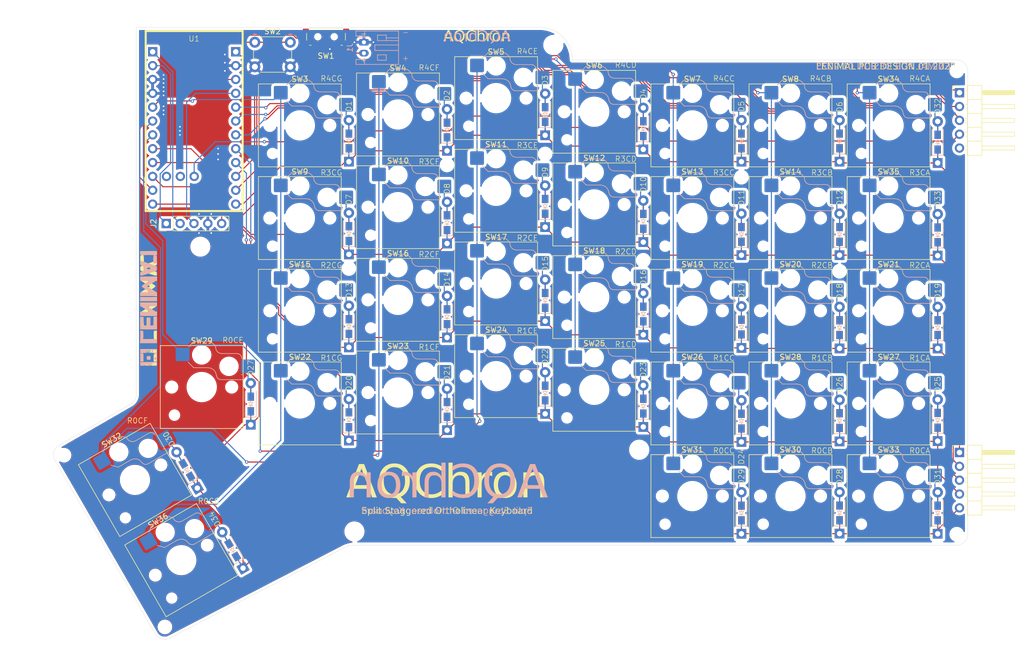
<source format=kicad_pcb>
(kicad_pcb (version 20240108) (generator "pcbnew") (generator_version "8.0")
  (layers (0 "F.Cu" signal) (31 "B.Cu" signal) (34 "B.Paste" user) (35 "F.Paste" user) (36 "B.SilkS" user "B.Silkscreen") (37 "F.SilkS" user "F.Silkscreen") (38 "B.Mask" user) (39 "F.Mask" user) (44 "Edge.Cuts" user))
  (net 0 "")
  (net 1 "GNDREF")
  (net 2 "Net-(D1-A)")
  (net 3 "ROW_4")
  (net 4 "Net-(D2-A)")
  (net 5 "Net-(D3-A)")
  (net 6 "Net-(D4-A)")
  (net 7 "Net-(D5-A)")
  (net 8 "Net-(D6-A)")
  (net 9 "Net-(D7-A)")
  (net 10 "ROW_3")
  (net 11 "Net-(D8-A)")
  (net 12 "Net-(D9-A)")
  (net 13 "Net-(D10-A)")
  (net 14 "Net-(D11-A)")
  (net 15 "Net-(D12-A)")
  (net 16 "ROW_2")
  (net 17 "Net-(D13-A)")
  (net 18 "Net-(D14-A)")
  (net 19 "Net-(D15-A)")
  (net 20 "Net-(D16-A)")
  (net 21 "Net-(D17-A)")
  (net 22 "Net-(D18-A)")
  (net 23 "Net-(D19-A)")
  (net 24 "ROW_1")
  (net 25 "Net-(D20-A)")
  (net 26 "Net-(D21-A)")
  (net 27 "Net-(D22-A)")
  (net 28 "Net-(D23-A)")
  (net 29 "Net-(D24-A)")
  (net 30 "Net-(D25-A)")
  (net 31 "Net-(D26-A)")
  (net 32 "ROW_0")
  (net 33 "Net-(D27-A)")
  (net 34 "Net-(D28-A)")
  (net 35 "Net-(D29-A)")
  (net 36 "Net-(D30-A)")
  (net 37 "Net-(D31-A)")
  (net 38 "Net-(D32-A)")
  (net 39 "Net-(D33-A)")
  (net 40 "Net-(D34-A)")
  (net 41 "Net-(J1-Pin_2)")
  (net 42 "VW_MOSI")
  (net 43 "VW_CS")
  (net 44 "+3.3V")
  (net 45 "VW_SCK")
  (net 47 "Net-(U1-NRST)")
  (net 48 "COL_G")
  (net 49 "COL_F")
  (net 50 "COL_E")
  (net 51 "COL_D")
  (net 52 "COL_C")
  (net 53 "COL_B")
  (net 54 "COL_A")
  (net 55 "COL_J")
  (net 58 "COL_I")
  (net 59 "COL_H")
  (net 60 "COL_K")
  (net 61 "Net-(SW1-B)")
  (footprint "ScottoKeebs_Hotswap:Hotswap_Choc_V1V2" (layer "F.Cu") (at 80 68)
    (property "Reference" "SW3")
    (property "Value" "6")
  )
  (footprint "Synth:D_SMD-THT" (layer "F.Cu") (at 197 71.08 90)
    (property "Reference" "D32")
    (property "Value" "1N4148")
  )
  (footprint "keyboard:MountingPin_M2" (layer "F.Cu") (at 179 94.75)
    (property "Reference" "H5" (hide yes))
    (property "Value" "MountingHole")
  )
  (footprint "Synth:D_SMD-THT" (layer "F.Cu") (at 161 88 90)
    (property "Reference" "D11")
    (property "Value" "1N4148")
  )
  (footprint "Synth:D_SMD-THT" (layer "F.Cu") (at 107 103.1 90)
    (property "Reference" "D14")
    (property "Value" "1N4148")
  )
  (footprint "keyboard:MountingPin_M2" (layer "F.Cu") (at 143 92.75)
    (property "Reference" "H9" (hide yes))
    (property "Value" "MountingHole")
  )
  (footprint "ScottoKeebs_Hotswap:Hotswap_Choc_V1V2" (layer "F.Cu") (at 116 63)
    (property "Reference" "SW5")
    (property "Value" "8")
  )
  (footprint "keyboard:MountingPin_M2" (layer "F.Cu") (at 89 94.25)
    (property "Reference" "H8" (hide yes))
    (property "Value" "MountingHole")
  )
  (footprint "ScottoKeebs_Hotswap:Hotswap_Choc_V1V2" (layer "F.Cu") (at 170 119)
    (property "Reference" "SW28")
    (property "Value" "UP")
  )
  (footprint "ScottoKeebs_Hotswap:Hotswap_Choc_V1V2" (layer "F.Cu") (at 116 80)
    (property "Reference" "SW11")
    (property "Value" "I")
  )
  (footprint "keyboard:MountingPin_M2" (layer "F.Cu") (at 161 77.5)
    (property "Reference" "H7" (hide yes))
    (property "Value" "MountingHole")
  )
  (footprint "ScottoKeebs_Hotswap:Hotswap_Choc_V1V2" (layer "F.Cu") (at 152 102)
    (property "Reference" "SW19")
    (property "Value" ";")
  )
  (footprint "Synth:D_SMD-THT" (layer "F.Cu") (at 59.29 131.234344 120)
    (property "Reference" "D30")
    (property "Value" "1N4148")
  )
  (footprint "Synth:D_SMD-THT" (layer "F.Cu") (at 161 139.1 90)
    (property "Reference" "D29")
    (property "Value" "1N4148")
  )
  (footprint "Synth:D_SMD-THT" (layer "F.Cu") (at 89 104.9 90)
    (property "Reference" "D13")
    (property "Value" "1N4148")
  )
  (footprint "ScottoKeebs_Hotswap:Hotswap_Choc_V1V2" (layer "F.Cu") (at 188 102)
    (property "Reference" "SW21")
    (property "Value" "__ENTER")
  )
  (footprint "keyboard:MountingPin_M3" (layer "F.Cu") (at 126.5 53.25)
    (property "Reference" "H1" (hide yes))
    (property "Value" "MountingHole")
  )
  (footprint "Synth:D_SMD-THT" (layer "F.Cu") (at 89 87.85 90)
    (property "Reference" "D7")
    (property "Value" "1N4148")
  )
  (footprint "Synth:D_SMD-THT" (layer "F.Cu") (at 179 122.15 90)
    (property "Reference" "D26")
    (property "Value" "1N4148")
  )
  (footprint "ScottoKeebs_Hotswap:Hotswap_Choc_V1V2" (layer "F.Cu") (at 80 102)
    (property "Reference" "SW15")
    (property "Value" "H")
  )
  (footprint "keyboard:nice!nano" (layer "F.Cu") (at 53 54.5)
    (property "Reference" "U1")
    (property "Value" "nice!nano")
  )
  (footprint "Synth:D_SMD-THT" (layer "F.Cu") (at 107 68.85 90)
    (property "Reference" "D2")
    (property "Value" "1N4148")
  )
  (footprint "Synth:D_SMD-THT" (layer "F.Cu") (at 161 105 90)
    (property "Reference" "D17")
    (property "Value" "1N4148")
  )
  (footprint "keyboard:MountingPin_M2" (layer "F.Cu") (at 36.75 128.5)
    (property "Reference" "H15" (hide yes))
    (property "Value" "MountingHole")
  )
  (footprint "ScottoKeebs_Hotswap:Hotswap_Choc_V1V2" (layer "F.Cu") (at 98 83)
    (property "Reference" "SW10")
    (property "Value" "U")
  )
  (footprint "Synth:D_SMD-THT" (layer "F.Cu") (at 89 70.85 90)
    (property "Reference" "D1")
    (property "Value" "1N4148")
  )
  (footprint "ScottoKeebs_Hotswap:Hotswap_Choc_V1V2" (layer "F.Cu") (at 170 68)
    (property "Reference" "SW8")
    (property "Value" "-")
  )
  (footprint "Synth:D_SMD-THT" (layer "F.Cu") (at 179 105.1 90)
    (property "Reference" "D18")
    (property "Value" "1N4148")
  )
  (footprint "ScottoKeebs_Components:Switch_MSK12C02" (layer "F.Cu") (at 84.8 51.75)
    (property "Reference" "SW1")
    (property "Value" "SW_SPDT")
  )
  (footprint "ScottoKeebs_Hotswap:Hotswap_Choc_V1V2" (layer "F.Cu") (at 134 116.5)
    (property "Reference" "SW25")
    (property "Value" ".")
  )
  (footprint "Synth:D_SMD-THT" (layer "F.Cu") (at 143 85.6 90)
    (property "Reference" "D10")
    (property "Value" "1N4148")
  )
  (footprint "ScottoKeebs_Hotswap:Hotswap_Choc_V1V2" (layer "F.Cu") (at 152 68)
    (property "Reference" "SW7")
    (property "Value" "0")
  )
  (footprint "Synth:D_SMD-THT" (layer "F.Cu") (at 179 88 90)
    (property "Reference" "D12")
    (property "Value" "1N4148")
  )
  (footprint "keyboard:MountingPin_M2" (layer "F.Cu") (at 200.5 58)
    (property "Reference" "H14" (hide yes))
    (property "Value" "MountingHole")
  )
  (footprint "Synth:D_SMD-THT" (layer "F.Cu") (at 125 66 90)
    (property "Reference" "D3")
    (property "Value" "1N4148")
  )
  (footprint "keyboard:MountingPin_M2" (layer "F.Cu") (at 55.25 160)
    (property "Reference" "H11" (hide yes))
    (property "Value" "MountingHole")
  )
  (footprint "ScottoKeebs_Hotswap:Hotswap_Choc_V1V2" (layer "F.Cu") (at 49.755127 133.02757 30)
    (property "Reference" "SW32")
    (property "Value" "ALT_2")
  )
  (footprint "Connector_PinHeader_2.54mm:PinHeader_1x05_P2.54mm_Horizontal" (layer "F.Cu") (at 201 128)
    (property "Reference" "J4" (hide yes))
    (property "Value" "NUM_PAD_ROWS")
  )
  (footprint "Synth:D_SMD-THT" (layer "F.Cu") (at 161 70.85 90)
    (property "Reference" "D5")
    (property "Value" "1N4148")
  )
  (footprint "Synth:D_SMD-THT" (layer "F.Cu") (at 197 88.08 90)
    (property "Reference" "D33")
    (property "Value" "1N4148")
  )
  (footprint "ScottoKeebs_Hotswap:Hotswap_Choc_V1V2" (layer "F.Cu") (at 170 85)
    (property "Reference" "SW14")
    (property "Value" "{")
  )
  (footprint "Synth:D_SMD-THT" (layer "F.Cu") (at 125 82.85 90)
    (property "Reference" "D9")
    (property "Value" "1N4148")
  )
  (footprint "keyboard:MountingPin_M3" (layer "F.Cu") (at 142.25 127.5)
    (property "Reference" "H3" (hide yes))
    (property "Value" "MountingHole")
  )
  (footprint "keyboard:MountingPin_M3" (layer "F.Cu") (at 90 142.5)
    (property "Reference" "H4" (hide yes))
    (property "Value" "MountingHole")
  )
  (footprint "ScottoKeebs_Hotswap:Hotswap_Choc_V1V2" (layer "F.Cu") (at 134 99.5)
    (property "Reference" "SW18")
    (property "Value" "L")
  )
  (footprint "Synth:D_SMD-THT" (layer "F.Cu") (at 67.675 145.919133 120)
    (property "Reference" "D34")
    (property "Value" "1N4148")
  )
  (footprint "Synth:D_SMD-THT" (layer "F.Cu") (at 125 117.1 90)
    (property "Reference" "D22")
    (property "Value" "1N4148")
  )
  (footprint "Synth:D_SMD-THT" (layer "F.Cu") (at 179 70.85 90)
    (property "Reference" "D6")
    (property "Value" "1N4148")
  )
  (footprint "Synth:D_SMD-THT" (layer "F.Cu") (at 71 119.1 90)
    (property "Reference" "D27")
    (property "Value" "1N4148")
  )
  (footprint "Synth:SW_PUSH_6mm" (layer "F.Cu") (at 75 55)
    (property "Reference" "SW2")
    (property "Value" "NRST")
  )
  (footprint "keyboard:MountingPin_M2" (layer "F.Cu") (at 107 75.25)
    (property "Reference" "H6" (hide yes))
    (property "Value" "MountingHole")
  )
  (footprint "ScottoKeebs_Hotswap:Hotswap_Choc_V1V2" (layer "F.Cu") (at 98 117)
    (property "Reference" "SW23")
    (property "Value" "M")
  )
  (footprint "ScottoKeebs_Hotswap:Hotswap_Choc_V1V2" (layer "F.Cu") (at 116 114)
    (property "Reference" "SW24")
    (property "Value" ",")
  )
  (footprint "Synth:D_SMD-THT" (layer "F.Cu") (at 197 122.1 90)
    (property "Reference" "D25")
    (property "Value" "1N4148")
  )
  (footprint "ScottoKeebs_Hotswap:Hotswap_Choc_V1V2" (layer "F.Cu") (at 98 66)
    (property "Reference" "SW4")
    (property "Value" "7")
  )
  (footprint "Synth:lenimal_logo_full" (layer "F.Cu") (at 52.25 101.5 90)
    (property "Reference" "G***" (hide yes))
    (property "Value" "LOGO" (hide yes))
  )
  (footprint "keyboard:MountingPin_M3" (layer "F.Cu") (at 70.25 126.25)
    (property "Reference" "H10" (hide yes))
    (property "Value" "MountingHole")
  )
  (footprint "Synth:D_SMD-THT" (layer "F.Cu") (at 107 120.1 90)
    (property "Reference" "D21")
    (property "Value" "1N4148")
  )
  (footprint "Synth:D_SMD-THT" (layer "F.Cu") (at 143 102.6 90)
    (property "Reference" "D16")
    (property "Value" "1N4148")
  )
  (footprint "ScottoKeebs_Hotswap:Hotswap_Choc_V1V2" (layer "F.Cu") (at 134 65.5)
    (property "Reference" "SW6")
    (property "Value" "9")
  )
  (footprint "ScottoKeebs_Hotswap:Hotswap_Choc_V1V2" (layer "F.Cu") (at 116 97)
    (property "Reference" "SW17")
    (property "Value" "K")
  )
  (footprint "ScottoKeebs_Hotswap:Hotswap_Choc_V1V2" (layer "F.Cu") (at 134 82.5)
    (property "Reference" "SW12")
    (property "Value" "O")
  )
  (footprint "Connector_PinHeader_2.54mm:PinHeader_1x05_P2.54mm_Horizontal" (layer "F.Cu") (at 201 62)
    (property "Reference" "J5" (hide yes))
    (property "Value" "NUM_PAD_COLUMNS")
  )
  (footprint "Connector_PinHeader_2.54mm:PinHeader_1x05_P2.54mm_Vertical" (layer "F.Cu") (at 55.5 86 90)
    (property "Reference" "J2")
    (property "Value" "nice!view")
  )
  (footprint "ScottoKeebs_Hotswap:Hotswap_Choc_V1V2" (layer "F.Cu") (at 80 119)
    (property "Reference" "SW22")
    (property "Value" "N")
  )
  (footprint "ScottoKeebs_Hotswap:Hotswap_Choc_V1V2" (layer "F.Cu") (at 58.255125 147.75 30)
    (property "Reference" "SW36")
    (property "Value" "SPACE")
  )
  (footprint "ScottoKeebs_Hotswap:Hotswap_Choc_V1V2" (layer "F.Cu") (at 170 136)
    (property "Reference" "SW30")
    (property "Value" "DOWN")
  )
  (footprint "ScottoKeebs_Hotswap:Hotswap_Choc_V1V2" (layer "F.Cu") (at 188 119)
    (property "Reference" "SW27")
    (property "Value" "SHIFT")
  )
  (footprint "ScottoKeebs_Hotswap:Hotswap_Choc_V1V2" (layer "F.Cu") (at 152 85)
    (property "Reference" "SW13")
    (property "Value" "P")
  )
  (footprint "ScottoKeebs_Hotswap:Hotswap_Choc_V1V2" (layer "F.Cu") (at 152 136)
    (property "Reference" "SW31")
    (property "Value" "LEFT")
  )
  (footprint "Synth:D_SMD-THT" (layer "F.Cu") (at 89 122 90)
    (property "Reference" "D20")
    (property "Value" "1N4148")
  )
  (footprint "Synth:D_SMD-THT" (layer "F.Cu") (at 143 68.6 90)
    (property "Reference" "D4")
    (property "Value" "1N4148")
  )
  (footprint "ScottoKeebs_Hotswap:Hotswap_Choc_V1V2" (layer "F.Cu") (at 188 68)
    (property "Reference" "SW34")
    (property "Value" "DEL")
  )
  (footprint "Synth:D_SMD-THT" (layer "F.Cu") (at 143 119.5 90)
    (property "Reference" "D23")
    (property "Value" "1N4148")
  )
  (footprint "keyboard:MountingPin_M2" (layer "F.Cu") (at 125 73.25)
    (property "Reference" "H2" (hide yes))
    (property "Value" "MountingHole")
  )
  (footprint "Synth:D_SMD-THT" (layer "F.Cu") (at 179 139.08 90)
    (property "Reference" "D28")
    (property "Value" "1N4148")
  )
  (footprint "Synth:D_SMD-THT" (layer "F.Cu") (at 197 139.1 90)
    (property "Reference" "D31")
    (property "Value" "1N4148")
  )
  (footprint "ScottoKeebs_Hotswap:Hotswap_Choc_V1V2" (layer "F.Cu") (at 80 85)
    (property "Reference" "SW9")
    (property "Value" "Y")
  )
  (footprint "ScottoKeebs_Hotswap:Hotswap_Choc_V1V2" (layer "F.Cu") (at 152 119)
    (property "Reference" "SW26")
    (property "Value" "/")
  )
  (footprint "ScottoKeebs_Hotswap:Hotswap_Choc_V1V2" (layer "F.Cu") (at 188 85)
    (property "Reference" "SW35")
    (property "Value" "}")
  )
  (footprint "ScottoKeebs_Hotswap:Hotswap_Choc_V1V2" (layer "F.Cu") (at 170 102)
    (property "Reference" "SW20")
    (property "Value" "'")
  )
  (footprint "keyboard:MountingPin_M3" (layer "F.Cu") (at 61.75 90.25)
    (property "Reference" "H13" (hide yes))
    (property "Value" "MountingHole")
  )
  (footprint "keyboard:MountingPin_M2" (layer "F.Cu") (at 200.5 143)
    (property "Reference" "H12" (hide yes))
    (property "Value" "MountingHole")
  )
  (footprint "ScottoKeebs_Hotswap:Hotswap_Choc_V1V2" (layer "F.Cu") (at 62 116)
    (property "Reference" "SW29")
    (property "Value" "M1")
  )
  (footprint "Synth:D_SMD-THT" (layer "F.Cu") (at 197 105.1 90)
    (property "Reference" "D19")
    (property "Value" "1N4148")
  )
  (footprint "ScottoKeebs_Hotswap:Hotswap_Choc_V1V2" (layer "F.Cu") (at 188 136)
    (property "Reference" "SW33")
    (property "Value" "RIGHT")
  )
  (footprint "Synth:D_SMD-THT" (layer "F.Cu") (at 107 85.85 90)
    (property "Reference" "D8")
    (property "Value" "1N4148")
  )
  (footprint "Synth:D_SMD-THT" (layer "F.Cu") (at 125 100.1 90)
    (property "Reference" "D15")
    (property "Value" "1N4148")
  )
  (footprint "Synth:D_SMD-THT" (layer "F.Cu") (at 161 122.25 90)
    (property "Reference" "D24")
    (property "Value" "1N4148")
  )
  (footprint "ScottoKeebs_Hotswap:Hotswap_Choc_V1V2" (layer "F.Cu") (at 98 100)
    (property "Reference" "SW16")
    (property "Value" "J")
  )
  (footprint "Synth:lenimal_logo_full" (layer "B.Cu") (at 52.25 101.5 90)
    (property "Reference" "G***" (hide yes))
    (property "Value" "LOGO" (hide yes))
  )
  (footprint "Connector_JST:JST_PH_S2B-PH-K_1x02_P2.00mm_Horizontal" (layer "B.Cu") (at 91.75 52.75 -90)
    (property "Reference" "J1")
    (property "Value" "BATT")
  )
  (gr_arc (start 124 50) (mid 128.242641 51.757359) (end 130 56) (stroke (width 0.05)) (layer "Edge.Cuts"))
  (gr_arc (start 87.662189 145.712535) (mid 88.900002 145.181433) (end 90.234668 145) (stroke (width 0.05)) (layer "Edge.Cuts"))
  (gr_arc (start 35.068076 129.431922) (mid 34.868207 127.914366) (end 35.8 126.7) (stroke (width 0.05)) (layer "Edge.Cuts"))
  (gr_line (start 87.662189 145.712535) (end 56.2 161.999999) (stroke (width 0.05)) (layer "Edge.Cuts"))
  (gr_line (start 53.468078 161.268075) (end 35.068076 129.431922) (stroke (width 0.05)) (layer "Edge.Cuts"))
  (gr_line (start 130 56) (end 200.499999 56) (stroke (width 0.05)) (layer "Edge.Cuts"))
  (gr_arc (start 200.499999 56) (mid 201.914213 56.585786) (end 202.499999 58) (stroke (width 0.05)) (layer "Edge.Cuts"))
  (gr_arc (start 50 117.25658) (mid 49.749525 118.319817) (end 48.984983 119.1) (stroke (width 0.05)) (layer "Edge.Cuts"))
  (gr_line (start 124 50) (end 50 50) (stroke (width 0.05)) (layer "Edge.Cuts"))
  (gr_line (start 200.499999 144.999999) (end 90.234668 145) (stroke (width 0.05)) (layer "Edge.Cuts"))
  (gr_line (start 35.8 126.7) (end 48.984983 119.1) (stroke (width 0.05)) (layer "Edge.Cuts"))
  (gr_arc (start 56.2 161.999999) (mid 54.682438 162.199891) (end 53.468078 161.268075) (stroke (width 0.05)) (layer "Edge.Cuts"))
  (gr_line (start 202.5 143) (end 202.5 58) (stroke (width 0.05)) (layer "Edge.Cuts"))
  (gr_line (start 50 117.25658) (end 50 50) (stroke (width 0.05)) (layer "Edge.Cuts"))
  (gr_arc (start 202.499999 142.999999) (mid 201.914213 144.414213) (end 200.499999 144.999999) (stroke (width 0.05)) (layer "Edge.Cuts"))
  (gr_text "+" (at 100.088094 56.25 -0) (layer "B.SilkS") (effects (font (size 1 1) (thickness 0.1)) (justify left bottom mirror)))
  (gr_text "AQChron" (at 107 133.75 -0) (layer "B.SilkS") (effects (font (size 6 6) (thickness 0.1)) (justify mirror)))
  (gr_text "Split Staggered Ortholinear Keyboard" (at 107 138.75 -0) (layer "B.SilkS") (effects (font (size 1.2 1.2) (thickness 0.1)) (justify mirror)))
  (gr_text "LENIMAL PCB DESIGN 01.2025" (at 187.5 57.25 0) (layer "B.SilkS") (effects (font (size 1.2 1.2) (thickness 0.1)) (justify mirror)))
  (gr_text "AQChron" (at 112.5 51.75 -0) (layer "B.SilkS") (effects (font (size 2 2) (thickness 0.1)) (justify mirror)))
  (gr_text "-" (at 100.088094 51.5 -0) (layer "B.SilkS") (effects (font (size 1 1) (thickness 0.1)) (justify left bottom mirror)))
  (gr_text "R2CA" (at 191.75 94.25 0) (layer "F.SilkS") (effects (font (size 1 1) (thickness 0.1)) (justify left bottom)))
  (gr_text "R3CF" (at 101.75 75.25 0) (layer "F.SilkS") (effects (font (size 1 1) (thickness 0.1)) (justify left bottom)))
  (gr_text "Split Staggered Ortholinear Keyboard" (at 107 138.75 0) (layer "F.SilkS") (effects (font (size 1.2 1.2) (thickness 0.1))))
  (gr_text "R3CA" (at 191.75 77.25 0) (layer "F.SilkS") (effects (font (size 1 1) (thickness 0.1)) (justify left bottom)))
  (gr_text "R1CD" (at 137.75 108.75 0) (layer "F.SilkS") (effects (font (size 1 1) (thickness 0.1)) (justify left bottom)))
  (gr_text "R0CE" (at 65.75 108 0) (layer "F.SilkS") (effects (font (size 1 1) (thickness 0.1)) (justify left bottom)))
  (gr_text "R4CG" (at 83.75 60 0) (layer "F.SilkS") (effects (font (size 1 1) (thickness 0.1)) (justify left bottom)))
  (gr_text "R4CE" (at 119.75 55 0) (layer "F.SilkS") (effects (font (size 1 1) (thickness 0.1)) (justify left bottom)))
  (gr_text "R0CC" (at 155.75 128.25 0) (layer "F.SilkS") (effects (font (size 1 1) (thickness 0.1)) (justify left bottom)))
  (gr_text "R0CF" (at 48.25 122.75 0) (layer "F.SilkS") (effects (font (size 1 1) (thickness 0.1)) (justify left bottom)))
  (gr_text "R2CD" (at 137.75 91.75 0) (layer "F.SilkS") (effects (font (size 1 1) (thickness 0.1)) (justify left bottom)))
  (gr_text "R1CA" (at 191.75 111.25 0) (layer "F.SilkS") (effects (font (size 1 1) (thickness 0.1)) (justify left bottom)))
  (gr_text "R3CB" (at 173.75 77.25 0) (layer "F.SilkS") (effects (font (size 1 1) (thickness 0.1)) (justify left bottom)))
  (gr_text "R4CA" (at 191.75 60 0) (layer "F.SilkS") (effects (font (size 1 1) (thickness 0.1)) (justify left bottom)))
  (gr_text "R2CG" (at 83.75 94.25 0) (layer "F.SilkS") (effects (font (size 1 1) (thickness 0.1)) (justify left bottom)))
  (gr_text "R2CB" (at 173.75 94.25 0) (layer "F.SilkS") (effects (font (size 1 1) (thickness 0.1)) (justify left bottom)))
  (gr_text "R0CG" (at 61.25 137.5 0) (layer "F.SilkS") (effects (font (size 1 1) (thickness 0.1)) (justify left bottom)))
  (gr_text "R3CE" (at 119.75 72.25 0) (layer "F.SilkS") (effects (font (size 1 1) (thickness 0.1)) (justify left bottom)))
  (gr_text "R4CF" (at 101.75 58 0) (layer "F.SilkS") (effects (font (size 1 1) (thickness 0.1)) (justify left bottom)))
  (gr_text "LENIMAL PCB DESIGN 01.2025" (at 187.5 57.25 0) (layer "F.SilkS") (effects (font (size 1.2 1.2) (thickness 0.1))))
  (gr_text "R3CC" (at 155.75 77.25 0) (layer "F.SilkS") (effects (font (size 1 1) (thickness 0.1)) (justify left bottom)))
  (gr_text "R2CF" (at 101.75 92.25 0) (layer "F.SilkS") (effects (font (size 1 1) (thickness 0.1)) (justify left bottom)))
  (gr_text "R4CB" (at 173.5 60 0) (layer "F.SilkS") (effects (font (size 1 1) (thickness 0.1)) (justify left bottom)))
  (gr_text "R0CA" (at 191.75 128.25 0) (layer "F.SilkS") (effects (font (size 1 1) (thickness 0.1)) (justify left bottom)))
  (gr_text "R1CE" (at 119.75 106.25 0) (layer "F.SilkS") (effects (font (size 1 1) (thickness 0.1)) (justify left bottom)))
  (gr_text "R1CG" (at 83.75 111.25 0) (layer "F.SilkS") (effects (font (size 1 1) (thickness 0.1)) (justify left bottom)))
  (gr_text "R1CB" (at 173.75 111.25 0) (layer "F.SilkS") (effects (font (size 1 1) (thickness 0.1)) (justify left bottom)))
  (gr_text "R1CF" (at 101.75 109.25 0) (layer "F.SilkS") (effects (font (size 1 1) (thickness 0.1)) (justify left bottom)))
  (gr_text "-" (at 91 51.75 0) (layer "F.SilkS") (effects (font (size 1 1) (thickness 0.1)) (justify left bottom)))
  (gr_text "AQChron" (at 112.5 51.75 0) (layer "F.SilkS") (effects (font (size 2 2) (thickness 0.1))))
  (gr_text "R1CC" (at 155.75 111.25 0) (layer "F.SilkS") (effects (font (size 1 1) (thickness 0.1)) (justify left bottom)))
  (gr_text "R3CD" (at 137.75 74.75 0) (layer "F.SilkS") (effects (font (size 1 1) (thickness 0.1)) (justify left bottom)))
  (gr_text "R4CC" (at 155.75 60 0) (layer "F.SilkS") (effects (font (size 1 1) (thickness 0.1)) (justify left bottom)))
  (gr_text "R2CC" (at 155.75 94.25 0) (layer "F.SilkS") (effects (font (size 1 1) (thickness 0.1)) (justify left bottom)))
  (gr_text "R4CD" (at 137.75 57.5 0) (layer "F.SilkS") (effects (font (size 1 1) (thickness 0.1)) (justify left bottom)))
  (gr_text "R3CG" (at 83.75 77.25 0) (layer "F.SilkS") (effects (font (size 1 1) (thickness 0.1)) (justify left bottom)))
  (gr_text "+" (at 91 56.5 0) (layer "F.SilkS") (effects (font (size 1 1) (thickness 0.1)) (justify left bottom)))
  (gr_text "AQChron" (at 107 133.75 0) (layer "F.SilkS") (effects (font (size 6 6) (thickness 0.1))))
  (gr_text "R2CE" (at 119.75 89.25 0) (layer "F.SilkS") (effects (font (size 1 1) (thickness 0.1)) (justify left bottom)))
  (gr_text "R0CB" (at 173.75 128.25 0) (layer "F.SilkS") (effects (font (size 1 1) (thickness 0.1)) (justify left bottom)))
  (via (at 58 69) (size 0.6) (drill 0.3) (layers "F.Cu" "B.Cu") (net 1))
  (via (at 58 68.25) (size 0.6) (drill 0.3) (layers "F.Cu" "B.Cu") (net 1))
  (via (at 61.5 84.25) (size 0.6) (drill 0.3) (layers "F.Cu" "B.Cu") (net 1))
  (via (at 66.25 56.5) (size 0.6) (drill 0.3) (layers "F.Cu" "B.Cu") (net 1))
  (via (at 66.25 58) (size 0.6) (drill 0.3) (layers "F.Cu" "B.Cu") (net 1))
  (via (at 65 73.25) (size 0.6) (drill 0.3) (layers "F.Cu" "B.Cu") (net 1))
  (via (at 55 65.25) (size 0.6) (drill 0.3) (layers "F.Cu" "B.Cu") (net 1))
  (via (at 65 72.25) (size 0.6) (drill 0.3) (layers "F.Cu" "B.Cu") (net 1))
  (via (at 90 52.75) (size 0.6) (drill 0.3) (layers "F.Cu" "B.Cu") (net 1))
  (via (at 63.75 84.25) (size 0.6) (drill 0.3) (layers "F.Cu" "B.Cu") (net 1))
  (via (at 55 61.75) (size 0.6) (drill 0.3) (layers "F.Cu" "B.Cu") (net 1))
  (via (at 93.5 52.75) (size 0.6) (drill 0.3) (layers "F.Cu" "B.Cu") (net 1))
  (via (at 55 62.5) (size 0.6) (drill 0.3) (layers "F.Cu" "B.Cu") (net 1))
  (via (at 66.25 55) (size 0.6) (drill 0.3) (layers "F.Cu" "B.Cu") (net 1))
  (via (at 63.75 87.75) (size 0.6) (drill 0.3) (layers "F.Cu" "B.Cu") (net 1))
  (via (at 55 64.5) (size 0.6) (drill 0.3) (layers "F.Cu" "B.Cu") (net 1))
  (via (at 55 66) (size 0.6) (drill 0.3) (layers "F.Cu" "B.Cu") (net 1))
  (via (at 85.5 54) (size 0.6) (drill 0.3) (layers "F.Cu" "B.Cu") (net 1))
  (via (at 55 58.75) (size 0.6) (drill 0.3) (layers "F.Cu" "B.Cu") (net 1))
  (via (at 61.5 87.75) (size 0.6) (drill 0.3) (layers "F.Cu" "B.Cu") (net 1))
  (via (at 55 60.25) (size 0.6) (drill 0.3) (layers "F.Cu" "B.Cu") (net 1))
  (via (at 65 74.25) (size 0.6) (drill 0.3) (layers "F.Cu" "B.Cu") (net 1))
  (via (at 58 69.75) (size 0.6) (drill 0.3) (layers "F.Cu" "B.Cu") (net 1))
  (via (at 55 59.5) (size 0.6) (drill 0.3) (layers "F.Cu" "B.Cu") (net 1))
  (via (at 55 61) (size 0.6) (drill 0.3) (layers "F.Cu" "B.Cu") (net 1))
  (segment (start 89 69.5) (end 89 67.04) (width 0.2) (layer "F.Cu") (net 2))
  (segment (start 89 69.5) (end 89 67.04) (width 0.2) (layer "B.Cu") (net 2))
  (segment (start 88.5 64.2) (end 88.5 66.54) (width 0.2) (layer "B.Cu") (net 2))
  (segment (start 88.5 66.54) (end 89 67.04) (width 0.2) (layer "B.Cu") (net 2))
  (segment (start 88.34 74.66) (end 87.5 75.5) (width 0.2) (layer "F.Cu") (net 3))
  (segment (start 73.75 78.25) (end 73.75 80.25) (width 0.2) (layer "F.Cu") (net 3))
  (segment (start 179 74.66) (end 179 72.2) (width 0.2) (layer "F.Cu") (net 3))
  (segment (start 107 70.2) (end 107 72.66) (width 0.2) (layer "F.Cu") (net 3))
  (segment (start 197 74.89) (end 179.23 74.89) (width 0.2) (layer "F.Cu") (net 3))
  (segment (start 109.85 69.81) (end 107 72.66) (width 0.2) (layer "F.Cu") (net 3))
  (segment (start 76.5 75.5) (end 73.75 78.25) (width 0.2) (layer "F.Cu") (net 3))
  (segment (start 201 78.89) (end 201 128) (width 0.2) (layer "F.Cu") (net 3))
  (segment (start 63.75 76) (end 60.03 72.28) (width 0.2) (layer "F.Cu") (net 3))
  (segment (start 126.99 71.8) (end 125 69.81) (width 0.2) (layer "F.Cu") (net 3))
  (segment (start 68.131372 84.5) (end 63.75 80.118628) (width 0.2) (layer "F.Cu") (net 3))
  (segment (start 91 72.66) (end 89 74.66) (width 0.2) (layer "F.Cu") (net 3))
  (segment (start 60.03 72.28) (end 53 72.28) (width 0.2) (layer "F.Cu") (net 3))
  (segment (start 142.39 71.8) (end 126.99 71.8) (width 0.2) (layer "F.Cu") (net 3))
  (segment (start 145.25 74.66) (end 143 72.41) (width 0.2) (layer "F.Cu") (net 3))
  (segment (start 87.5 75.5) (end 76.5 75.5) (width 0.2) (layer "F.Cu") (net 3))
  (segment (start 125 69.81) (end 109.85 69.81) (width 0.2) (layer "F.Cu") (net 3))
  (segment (start 107 72.66) (end 91 72.66) (width 0.2) (layer "F.Cu") (net 3))
  (segment (start 89 74.66) (end 89 72.2) (width 0.2) (layer "F.Cu") (net 3))
  (segment (start 143 72.41) (end 142.39 71.8) (width 0.2) (layer "F.Cu") (net 3))
  (segment (start 161 74.66) (end 145.25 74.66) (width 0.2) (layer "F.Cu") (net 3))
  (segment (start 179 74.66) (end 161 74.66) (width 0.2) (layer "F.Cu") (net 3))
  (segment (start 125 69.81) (end 125 67.35) (width 0.2) (layer "F.Cu") (net 3))
  (segment (start 63.75 80.118628) (end 63.75 76) (width 0.2) (layer "F.Cu") (net 3))
  (segment (start 179.23 74.89) (end 179 74.66) (width 0.2) (layer "F.Cu") (net 3))
  (segment (start 89 74.66) (end 88.34 74.66) (width 0.2) (layer "F.Cu") (net 3))
  (segment (start 73.75 80.25) (end 69.5 84.5) (width 0.2) (layer "F.Cu") (net 3))
  (segment (start 197 74.89) (end 201 78.89) (width 0.2) (layer "F.Cu") (net 3))
  (segment (start 161 74.66) (end 161 72.2) (width 0.2) (layer "F.Cu") (net 3))
  (segment (start 69.5 84.5) (end 68.131372 84.5) (width 0.2) (layer "F.Cu") (net 3))
  (segment (start 143 69.95) (end 143 72.41) (width 0.2) (layer "F.Cu") (net 3))
  (segment (start 197 74.89) (end 197 72.43) (width 0.2) (layer "F.Cu") (net 3))
  (segment (start 89 74.66) (end 89 72.2) (width 0.2) (layer "B.Cu") (net 3))
  (segment (start 197 72.43) (end 197 74.89) (width 0.2) (layer "B.Cu") (net 3))
  (segment (start 107 70.2) (end 107 72.66) (width 0.2) (layer "B.Cu") (net 3))
  (segment (start 125 69.81) (end 125 67.35) (width 0.2) (layer "B.Cu") (net 3))
  (segment (start 143 69.95) (end 143 72.41) (width 0.2) (layer "B.Cu") (net 3))
  (segment (start 161 74.66) (end 161 72.2) (width 0.2) (layer "B.Cu") (net 3))
  (segment (start 179 72.2) (end 179 74.66) (width 0.2) (layer "B.Cu") (net 3))
  (segment (start 107 65.04) (end 107 67.5) (width 0.2) (layer "F.Cu") (net 4))
  (segment (start 106.5 62.2) (end 106.5 64.54) (width 0.2) (layer "B.Cu") (net 4))
  (segment (start 106.5 64.54) (end 107 65.04) (width 0.2) (layer "B.Cu") (net 4))
  (segment (start 107 65.04) (end 107 67.5) (width 0.2) (layer "B.Cu") (net 4))
  (segment (start 125 64.65) (end 125 62.19) (width 0.2) (layer "F.Cu") (net 5))
  (segment (start 124.5 61.69) (end 125 62.19) (width 0.2) (layer "B.Cu") (net 5))
  (segment (start 125 64.65) (end 125 62.19) (width 0.2) (layer "B.Cu") (net 5))
  (segment (start 124.5 59.2) (end 124.5 61.69) (width 0.2) (layer "B.Cu") (net 5))
  (segment (start 143 64.79) (end 143 67.25) (width 0.2) (layer "F.Cu") (net 6))
  (segment (start 142.5 64.29) (end 143 64.79) (width 0.2) (layer "B.Cu") (net 6))
  (segment (start 142.5 61.7) (end 142.5 64.29) (width 0.2) (layer "B.Cu") (net 6))
  (segment (start 143 64.79) (end 143 67.25) (width 0.2) (layer "B.Cu") (net 6))
  (segment (start 161 69.5) (end 161 67.04) (width 0.2) (layer "F.Cu") (net 7))
  (segment (start 160.5 64.2) (end 160.5 66.54) (width 0.2) (layer "B.Cu") (net 7))
  (segment (start 160.5 66.54) (end 161 67.04) (width 0.2) (layer "B.Cu") (net 7))
  (segment (start 161 69.5) (end 161 67.04) (width 0.2) (layer "B.Cu") (net 7))
  (segment (start 179 69.5) (end 179 67.04) (width 0.2) (layer "F.Cu") (net 8))
  (segment (start 178.5 64.2) (end 178.5 66.54) (width 0.2) (layer "B.Cu") (net 8))
  (segment (start 178.5 66.54) (end 179 67.04) (width 0.2) (layer "B.Cu") (net 8))
  (segment (start 179 67.04) (end 179 69.5) (width 0.2) (layer "B.Cu") (net 8))
  (segment (start 89 84.04) (end 89 86.5) (width 0.2) (layer "F.Cu") (net 9))
  (segment (start 88.5 81.2) (end 88.5 83.54) (width 0.2) (layer "B.Cu") (net 9))
  (segment (start 88.5 83.54) (end 89 84.04) (width 0.2) (layer "B.Cu") (net 9))
  (segment (start 89 86.5) (end 89 84.04) (width 0.2) (layer "B.Cu") (net 9))
  (segment (start 197 89.43) (end 197 91.89) (width 0.2) (layer "F.Cu") (net 10))
  (segment (start 199.85 94.74) (end 197 91.89) (width 0.2) (layer "F.Cu") (net 10))
  (segment (start 89 89.2) (end 89 91.66) (width 0.2) (layer "F.Cu") (net 10))
  (segment (start 63.25 76.065686) (end 63.25 80.184314) (width 0.2) (layer "F.Cu") (net 10))
  (segment (start 71.065686 88) (end 85.34 88) (width 0.2) (layer "F.Cu") (net 10))
  (segment (start 161 91.81) (end 161 89.35) (width 0.2) (layer "F.Cu") (net 10))
  (segment (start 199.85 129.39) (end 199.85 94.74) (width 0.2) (layer "F.Cu") (net 10))
  (segment (start 110 86.66) (end 125 86.66) (width 0.2) (layer "F.Cu") (net 10))
  (segment (start 201 130.54) (end 199.85 129.39) (width 0.2) (layer "F.Cu") (net 10))
  (segment (start 63.25 80.184314) (end 71.065686 88) (width 0.2) (layer "F.Cu") (net 10))
  (segment (start 53 74.82) (end 62.004314 74.82) (width 0.2) (layer "F.Cu") (net 10))
  (segment (start 145.4 91.81) (end 161 91.81) (width 0.2) (layer "F.Cu") (net 10))
  (segment (start 196.92 91.81) (end 197 91.89) (width 0.2) (layer "F.Cu") (net 10))
  (segment (start 125 86.66) (end 127.75 89.41) (width 0.2) (layer "F.Cu") (net 10))
  (segment (start 179 91.81) (end 196.92 91.81) (width 0.2) (layer "F.Cu") (net 10))
  (segment (start 125 86.66) (end 125 84.2) (width 0.2) (layer "F.Cu") (net 10))
  (segment (start 85.34 88) (end 89 91.66) (width 0.2) (layer "F.Cu") (net 10))
  (segment (start 127.75 89.41) (end 143 89.41) (width 0.2) (layer "F.Cu") (net 10))
  (segment (start 105 91.66) (end 107 89.66) (width 0.2) (layer "F.Cu") (net 10))
  (segment (start 143 86.95) (end 143 89.41) (width 0.2) (layer "F.Cu") (net 10))
  (segment (start 107 89.66) (end 110 86.66) (width 0.2) (layer "F.Cu") (net 10))
  (segment (start 62.004314 74.82) (end 63.25 76.065686) (width 0.2) (layer "F.Cu") (net 10))
  (segment (start 107 89.66) (end 107 87.2) (width 0.2) (layer "F.Cu") (net 10))
  (segment (start 143 89.41) (end 145.4 91.81) (width 0.2) (layer "F.Cu") (net 10))
  (segment (start 161 91.81) (end 179 91.81) (width 0.2) (layer "F.Cu") (net 10))
  (segment (start 179 89.35) (end 179 91.81) (width 0.2) (layer "F.Cu") (net 10))
  (segment (start 89 91.66) (end 105 91.66) (width 0.2) (layer "F.Cu") (net 10))
  (segment (start 125 84.2) (end 125 86.66) (width 0.2) (layer "B.Cu") (net 10))
  (segment (start 89 91.66) (end 89 89.2) (width 0.2) (layer "B.Cu") (net 10))
  (segment (start 161 89.35) (end 161 91.81) (width 0.2) (layer "B.Cu") (net 10))
  (segment (start 143 89.41) (end 143 86.95) (width 0.2) (layer "B.Cu") (net 10))
  (segment (start 197 91.89) (end 197 89.43) (width 0.2) (layer "B.Cu") (net 10))
  (segment (start 107 89.66) (end 107 87.2) (width 0.2) (layer "B.Cu") (net 10))
  (segment (start 179 91.81) (end 179 89.35) (width 0.2) (layer "B.Cu") (net 10))
  (segment (start 107 84.5) (end 107 82.04) (width 0.2) (layer "F.Cu") (net 11))
  (segment (start 107 84.5) (end 107 82.04) (width 0.2) (layer "B.Cu") (net 11))
  (segment (start 106.5 81.54) (end 107 82.04) (width 0.2) (layer "B.Cu") (net 11))
  (segment (start 106.5 79.2) (end 106.5 81.54) (width 0.2) (layer "B.Cu") (net 11))
  (segment (start 125 81.5) (end 125 79.04) (width 0.2) (layer "F.Cu") (net 12))
  (segment (start 124.5 78.54) (end 125 79.04) (width 0.2) (layer "B.Cu") (net 12))
  (segment (start 124.5 76.2) (end 124.5 78.54) (width 0.2) (layer "B.Cu") (net 12))
  (segment (start 125 79.04) (end 125 81.5) (width 0.2) (layer "B.Cu") (net 12))
  (segment (start 143 81.79) (end 143 84.25) (width 0.2) (layer "F.Cu") (net 13))
  (segment (start 143 84.25) (end 143 81.79) (width 0.2) (layer "B.Cu") (net 13))
  (segment (start 142.5 78.7) (end 142.5 81.29) (width 0.2) (layer "B.Cu") (net 13))
  (segment (start 142.5 81.29) (end 143 81.79) (width 0.2) (layer "B.Cu") (net 13))
  (segment (start 161 86.65) (end 161 84.19) (width 0.2) (layer "F.Cu") (net 14))
  (segment (start 160.5 83.69) (end 161 84.19) (width 0.2) (layer "B.Cu") (net 14))
  (segment (start 160.5 81.2) (end 160.5 83.69) (width 0.2) (layer "B.Cu") (net 14))
  (segment (start 161 84.19) (end 161 86.65) (width 0.2) (layer "B.Cu") (net 14))
  (segment (start 179 84.19) (end 179 86.65) (width 0.2) (layer "F.Cu") (net 15))
  (segment (start 178.5 81.2) (end 178.5 83.69) (width 0.2) (layer "B.Cu") (net 15))
  (segment (start 179 86.65) (end 179 84.19) (width 0.2) (layer "B.Cu") (net 15))
  (segment (start 178.5 83.69) (end 179 84.19) (width 0.2) (layer "B.Cu") (net 15))
  (segment (start 179 108.91) (end 161.1 108.91) (width 0.2) (layer "F.Cu") (net 16))
  (segment (start 161.1 108.91) (end 161 108.81) (width 0.2) (layer "F.Cu") (net 16))
  (segment (start 73.75 98.5) (end 73.75 90.901471) (width 0.2) (layer "F.Cu") (net 16))
  (segment (start 110 103.91) (end 107 106.91) (width 0.2) (layer "F.Cu") (net 16))
  (segment (start 161 108.81) (end 145.4 108.81) (width 0.2) (layer "F.Cu") (net 16))
  (segment (start 61.75 79.25) (end 54.89 79.25) (width 0.2) (layer "F.Cu") (net 16))
  (segment (start 125 103.91) (end 110 103.91) (width 0.2) (layer "F.Cu") (net 16))
  (segment (start 127.5 106.41) (end 125 103.91) (width 0.2) (layer "F.Cu") (net 16))
  (segment (start 70.9 88.4) (end 61.75 79.25) (width 0.2) (layer "F.Cu") (net 16))
  (segment (start 73.75 90.901471) (end 71.248529 88.4) (width 0.2) (layer "F.Cu") (net 16))
  (segment (start 54.89 79.25) (end 53 77.36) (width 0.2) (layer "F.Cu") (net 16))
  (segment (start 76.5 102.565864) (end 76.5 101.25) (width 0.2) (layer "F.Cu") (net 16))
  (segment (start 197 108.91) (end 179 108.91) (width 0.2) (layer "F.Cu") (net 16))
  (segment (start 71.248529 88.4) (end 70.9 88.4) (width 0.2) (layer "F.Cu") (net 16))
  (segment (start 76.5 101.25) (end 73.75 98.5) (width 0.2) (layer "F.Cu") (net 16))
  (segment (start 197 106.45) (end 197 108.91) (width 0.2) (layer "F.Cu") (net 16))
  (segment (start 90.8 106.91) (end 89 108.71) (width 0.2) (layer "F.Cu") (net 16))
  (segment (start 89 108.71) (end 89 106.25) (width 0.2) (layer "F.Cu") (net 16))
  (segment (start 199.45 131.53) (end 201 133.08) (width 0.2) (layer "F.Cu") (net 16))
  (segment (start 107 104.45) (end 107 106.91) (width 0.2) (layer "F.Cu") (net 16))
  (segment (start 143 103.95) (end 143 106.41) (width 0.2) (layer "F.Cu") (net 16))
  (segment (start 107 106.91) (end 90.8 106.91) (width 0.2) (layer "F.Cu") (net 16))
  (segment (start 161 108.81) (end 161 106.35) (width 0.2) (layer "F.Cu") (net 16))
  (segment (start 145.4 108.81) (end 143 106.41) (width 0.2) (layer "F.Cu") (net 16))
  (segment (start 143 106.41) (end 127.5 106.41) (width 0.2) (layer "F.Cu") (net 16))
  (segment (start 179 108.91) (end 179 106.45) (width 0.2) (layer "F.Cu") (net 16))
  (segment (start 125 103.91) (end 125 101.45) (width 0.2) (layer "F.Cu") (net 16))
  (segment (start 89 108.71) (end 82.644136 108.71) (width 0.2) (layer "F.Cu") (net 16))
  (segment (start 197 108.91) (end 199.45 111.36) (width 0.2) (layer "F.Cu") (net 16))
  (segment (start 82.644136 108.71) (end 76.5 102.565864) (width 0.2) (layer "F.Cu") (net 16))
  (segment (start 199.45 111.36) (end 199.45 131.53) (width 0.2) (layer "F.Cu") (net 16))
  (segment (start 125 103.91) (end 125 101.45) (width 0.2) (layer "B.Cu") (net 16))
  (segment (start 89 108.71) (end 89 106.25) (width 0.2) (layer "B.Cu") (net 16))
  (segment (start 161 108.81) (end 161 106.35) (width 0.2) (layer "B.Cu") (net 16))
  (segment (start 107 104.45) (end 107 106.91) (width 0.2) (layer "B.Cu") (net 16))
  (segment (start 143 103.95) (end 143 106.41) (width 0.2) (layer "B.Cu") (net 16))
  (segment (start 179 106.45) (end 179 108.91) (width 0.2) (layer "B.Cu") (net 16))
  (segment (start 197 108.91) (end 197 106.45) (width 0.2) (layer "B.Cu") (net 16))
  (segment (start 89 103.55) (end 89 101.09) (width 0.2) (layer "F.Cu") (net 17))
  (segment (start 88.5 100.59) (end 89 101.09) (width 0.2) (layer "B.Cu") (net 17))
  (segment (start 89 103.55) (end 89 101.09) (width 0.2) (layer "B.Cu") (net 17))
  (segment (start 88.5 98.2) (end 88.5 100.59) (width 0.2) (layer "B.Cu") (net 17))
  (segment (start 107 99.29) (end 107 101.75) (width 0.2) (layer "F.Cu") (net 18))
  (segment (start 107 99.29) (end 107 101.75) (width 0.2) (layer "B.Cu") (net 18))
  (segment (start 106.5 98.79) (end 107 99.29) (width 0.2) (layer "B.Cu") (net 18))
  (segment (start 106.5 96.2) (end 106.5 98.79) (width 0.2) (layer "B.Cu") (net 18))
  (segment (start 125 98.75) (end 125 96.29) (width 0.2) (layer "F.Cu") (net 19))
  (segment (start 125 98.75) (end 125 96.29) (width 0.2) (layer "B.Cu") (net 19))
  (segment (start 124.5 93.2) (end 124.5 95.79) (width 0.2) (layer "B.Cu") (net 19))
  (segment (start 124.5 95.79) (end 125 96.29) (width 0.2) (layer "B.Cu") (net 19))
  (segment (start 143 98.79) (end 143 101.25) (width 0.2) (layer "F.Cu") (net 20))
  (segment (start 142.5 98.29) (end 143 98.79) (width 0.2) (layer "B.Cu") (net 20))
  (segment (start 143 98.79) (end 143 101.25) (width 0.2) (layer "B.Cu") (net 20))
  (segment (start 142.5 95.7) (end 142.5 98.29) (width 0.2) (layer "B.Cu") (net 20))
  (segment (start 161 103.65) (end 161 101.19) (width 0.2) (layer "F.Cu") (net 21))
  (segment (start 160.5 98.2) (end 160.5 100.69) (width 0.2) (layer "B.Cu") (net 21))
  (segment (start 161 103.65) (end 161 101.19) (width 0.2) (layer "B.Cu") (net 21))
  (segment (start 160.5 100.69) (end 161 101.19) (width 0.2) (layer "B.Cu") (net 21))
  (segment (start 179 103.75) (end 179 101.29) (width 0.2) (layer "F.Cu") (net 22))
  (segment (start 178.5 98.2) (end 178.5 100.79) (width 0.2) (layer "B.Cu") (net 22))
  (segment (start 179 101.29) (end 179 103.75) (width 0.2) (layer "B.Cu") (net 22))
  (segment (start 178.5 100.79) (end 179 101.29) (width 0.2) (layer "B.Cu") (net 22))
  (segment (start 197 101.29) (end 197 103.75) (width 0.2) (layer "F.Cu") (net 23))
  (segment (start 196.5 100.79) (end 197 101.29) (width 0.2) (layer "B.Cu") (net 23))
  (segment (start 197 103.75) (end 197 101.29) (width 0.2) (layer "B.Cu") (net 23))
  (segment (start 196.5 98.2) (end 196.5 100.79) (width 0.2) (layer "B.Cu") (net 23))
  (segment (start 196.95 125.96) (end 197 125.91) (width 0.2) (layer "F.Cu") (net 24))
  (segment (start 143 123.31) (end 145.75 126.06) (width 0.2) (layer "F.Cu") (net 24))
  (segment (start 145.75 126.06) (end 161 126.06) (width 0.2) (layer "F.Cu") (net 24))
  (segment (start 127.4 123.31) (end 143 123.31) (width 0.2) (layer "F.Cu") (net 24))
  (segment (start 197 125.91) (end 197 131.62) (width 0.2) (layer "F.Cu") (net 24))
  (segment (start 179 125.96) (end 196.95 125.96) (width 0.2) (layer "F.Cu") (net 24))
  (segment (start 89 125.81) (end 89 123.35) (width 0.2) (layer "F.Cu") (net 24))
  (segment (start 71 96.315686) (end 71 89) (width 0.2) (layer "F.Cu") (net 24))
  (segment (start 125 120.91) (end 125 118.45) (width 0.2) (layer "F.Cu") (net 24))
  (segment (start 161 126.06) (end 178.9 126.06) (width 0.2) (layer "F.Cu") (net 24))
  (segment (start 197 125.91) (end 197 123.45) (width 0.2) (layer "F.Cu") (net 24))
  (segment (start 105.1 125.81) (end 107 123.91) (width 0.2) (layer "F.Cu") (net 24))
  (segment (start 87.61 124.42) (end 87.61 114.24155) (width 0.2) (layer "F.Cu") (net 24))
  (segment (start 161 123.6) (end 161 126.06) (width 0.2) (layer "F.Cu") (net 24))
  (segment (start 197 131.62) (end 201 135.62) (width 0.2) (layer "F.Cu") (net 24))
  (segment (start 89 125.81) (end 105.1 125.81) (width 0.2) (layer "F.Cu") (net 24))
  (segment (start 110.09 120.91) (end 125 120.91) (width 0.2) (layer "F.Cu") (net 24))
  (segment (start 107 123.91) (end 107.09 123.91) (width 0.2) (layer "F.Cu") (net 24))
  (segment (start 107.09 123.91) (end 110.09 120.91) (width 0.2) (layer "F.Cu") (net 24))
  (segment (start 179 123.5) (end 179 125.96) (width 0.2) (layer "F.Cu") (net 24))
  (segment (start 89 125.81) (end 87.61 124.42) (width 0.2) (layer "F.Cu") (net 24))
  (segment (start 143 120.85) (end 143 123.31) (width 0.2) (layer "F.Cu") (net 24))
  (segment (start 87.61 114.24155) (end 76.1 102.73155) (width 0.2) (layer "F.Cu") (net 24))
  (segment (start 76.1 101.415686) (end 71 96.315686) (width 0.2) (layer "F.Cu") (net 24))
  (segment (start 107 121.45) (end 107 123.91) (width 0.2) (layer "F.Cu") (net 24))
  (segment (start 178.9 126.06) (end 179 125.96) (width 0.2) (layer "F.Cu") (net 24))
  (segment (start 125 120.91) (end 127.4 123.31) (width 0.2) (layer "F.Cu") (net 24))
  (segment (start 76.1 102.73155) (end 76.1 101.415686) (width 0.2) (layer "F.Cu") (net 24))
  (via (at 71 89) (size 0.6) (drill 0.3) (layers "F.Cu" "B.Cu") (net 24))
  (segment (start 125 118.45) (end 125 120.91) (width 0.2) (layer "B.Cu") (net 24))
  (segment (start 197 125.91) (end 197 123.45) (width 0.2) (layer "B.Cu") (net 24))
  (segment (start 179 123.5) (end 179 125.96) (width 0.2) (layer "B.Cu") (net 24))
  (segment (start 161 123.6) (end 161 126.06) (width 0.2) (layer "B.Cu") (net 24))
  (segment (start 143 123.31) (end 143 120.85) (width 0.2) (layer "B.Cu") (net 24))
  (segment (start 71 89) (end 71 75.04) (width 0.2) (layer "B.Cu") (net 24))
  (segment (start 89 123.35) (end 89 125.81) (width 0.2) (layer "B.Cu") (net 24))
  (segment (start 71 75.04) (end 68.24 72.28) (width 0.2) (layer "B.Cu") (net 24))
  (segment (start 107 123.91) (end 107 121.45) (width 0.2) (layer "B.Cu") (net 24))
  (segment (start 89 120.65) (end 89 118.19) (width 0.2) (layer "F.Cu") (net 25))
  (segment (start 89 118.19) (end 89 120.65) (width 0.2) (layer "B.Cu") (net 25))
  (segment (start 88.5 115.2) (end 88.5 117.69) (width 0.2) (layer "B.Cu") (net 25))
  (segment (start 88.5 117.69) (end 89 118.19) (width 0.2) (layer "B.Cu") (net 25))
  (segment (start 107 116.29) (end 107 118.75) (width 0.2) (layer "F.Cu") (net 26))
  (segment (start 107 118.75) (end 107 116.29) (width 0.2) (layer "B.Cu") (net 26))
  (segment (start 106.5 115.79) (end 107 116.29) (width 0.2) (layer "B.Cu") (net 26))
  (segment (start 106.5 113.2) (end 106.5 115.79) (width 0.2) (layer "B.Cu") (net 26))
  (segment (start 125 115.75) (end 125 113.29) (width 0.2) (layer "F.Cu") (net 27))
  (segment (start 124.5 112.79) (end 125 113.29) (width 0.2) (layer "B.Cu") (net 27))
  (segment (start 124.5 110.2) (end 124.5 112.79) (width 0.2) (layer "B.Cu") (net 27))
  (segment (start 125 113.29) (end 125 115.75) (width 0.2) (layer "B.Cu") (net 27))
  (segment (start 143 115.69) (end 143 118.15) (width 0.2) (layer "F.Cu") (net 28))
  (segment (start 143 118.15) (end 143 115.69) (width 0.2) (layer "B.Cu") (net 28))
  (segment (start 142.5 115.19) (end 143 115.69) (width 0.2) (layer "B.Cu") (net 28))
  (segment (start 142.5 112.7) (end 142.5 115.19) (width 0.2) (layer "B.Cu") (net 28))
  (segment (start 161 118.44) (end 161 120.9) (width 0.2) (layer "F.Cu") (net 29))
  (segment (start 160.5 117.94) (end 161 118.44) (width 0.2) (layer "B.Cu") (net 29))
  (segment (start 160.5 115.2) (end 160.5 117.94) (width 0.2) (layer "B.Cu") (net 29))
  (segment (start 161 118.44) (end 161 120.9) (width 0.2) (layer "B.Cu") (net 29))
  (segment (start 197 120.75) (end 197 118.29) (width 0.2) (layer "F.Cu") (net 30))
  (segment (start 196.5 117.79) (end 197 118.29) (width 0.2) (layer "B.Cu") (net 30))
  (segment (start 196.5 115.2) (end 196.5 117.79) (width 0.2) (layer "B.Cu") (net 30))
  (segment (start 197 120.75) (end 197 118.29) (width 0.2) (layer "B.Cu") (net 30))
  (segment (start 179 118.34) (end 179 120.8) (width 0.2) (layer "F.Cu") (net 31))
  (segment (start 178.5 115.2) (end 178.5 117.84) (width 0.2) (layer "B.Cu") (net 31))
  (segment (start 179 118.34) (end 179 120.8) (width 0.2) (layer "B.Cu") (net 31))
  (segment (start 178.5 117.84) (end 179 118.34) (width 0.2) (layer "B.Cu") (net 31))
  (segment (start 61.195 131.626) (end 61.195 134.533901) (width 0.2) (layer "F.Cu") (net 32))
  (segment (start 72.5 121.41) (end 71 122.91) (width 0.2) (layer "F.Cu") (net 32))
  (segment (start 197 142.91) (end 197 142.16) (width 0.2) (layer "F.Cu") (net 32))
  (segment (start 161.02 142.89) (end 161 142.91) (width 0.2) (layer "F.Cu") (net 32))
  (segment (start 71 122.91) (end 71 120.45) (width 0.2) (layer "F.Cu") (net 32))
  (segment (start 161 142.91) (end 161 140.45) (width 0.2) (layer "F.Cu") (net 32))
  (segment (start 179.02 142.91) (end 179 142.89) (width 0.2) (layer "F.Cu") (net 32))
  (segment (start 179 140.43) (end 179 142.89) (width 0.2) (layer "F.Cu") (net 32))
  (segment (start 161 142.91) (end 147.133654 142.91) (width 0.2) (layer "F.Cu") (net 32))
  (segment (start 197 142.91) (end 179.02 142.91) (width 0.2) (layer "F.Cu") (net 32))
  (segment (start 72.5 115.018697) (end 72.5 121.41) (width 0.2) (layer "F.Cu") (net 32))
  (segment (start 197 142.16) (end 201 138.16) (width 0.2) (layer "F.Cu") (net 32))
  (segment (start 147.133654 142.91) (end 144.723654 140.5) (width 0.2) (layer "F.Cu") (net 32))
  (segment (start 69.58 142.918901) (end 69.58 149.21869) (width 0.2) (layer "F.Cu") (net 32))
  (segment (start 71 122.91) (end 69.911 122.91) (width 0.2) (layer "F.Cu") (net 32))
  (segment (start 69.579999 149.21869) (end 68.35 147.088268) (width 0.2) (layer "F.Cu") (net 32))
  (segment (start 197 140.45) (end 197 142.91) (width 0.2) (layer "F.Cu") (net 32))
  (segment (start 69.911 122.91) (end 61.195 131.626) (width 0.2) (layer "F.Cu") (net 32))
  (segment (start 78.29869 140.5) (end 69.58 149.21869) (width 0.2) (layer "F.Cu") (net 32))
  (segment (start 70.199997 112.718694) (end 72.5 115.018697) (width 0.2) (layer "F.Cu") (net 32))
  (segment (start 144.723654 140.5) (end 78.29869 140.5) (width 0.2) (layer "F.Cu") (net 32))
  (segment (start 70.199997 89) (end 70.199997 112.718694) (width 0.2) (layer "F.Cu") (net 32))
  (segment (start 61.194999 134.533901) (end 59.965 132.403479) (width 0.2) (layer "F.Cu") (net 32))
  (segment (start 61.195 134.533901) (end 69.58 142.918901) (width 0.2) (layer "F.Cu") (net 32))
  (segment (start 179 142.89) (end 161.02 142.89) (width 0.2) (layer "F.Cu") (net 32))
  (via (at 70.199997 89) (size 0.6) (drill 0.3) (layers "F.Cu" "B.Cu") (net 32))
  (segment (start 197 142.91) (end 197 140.45) (width 0.2) (layer "B.Cu") (net 32))
  (segment (start 161 142.91) (end 161 140.45) (width 0.2) (layer "B.Cu") (net 32))
  (segment (start 71 122.91) (end 71 120.45) (width 0.2) (layer "B.Cu") (net 32))
  (segment (start 179 140.43) (end 179 142.89) (width 0.2) (layer "B.Cu") (net 32))
  (segment (start 59.965 132.403479) (end 61.194999 134.533901) (width 0.2) (layer "B.Cu") (net 32))
  (segment (start 68.24 74.82) (end 70.199997 76.779997) (width 0.2) (layer "B.Cu") (net 32))
  (segment (start 70.199997 76.779997) (end 70.199997 89) (width 0.2) (layer "B.Cu") (net 32))
  (segment (start 68.35 147.088268) (end 69.579999 149.21869) (width 0.2) (layer "B.Cu") (net 32))
  (segment (start 71 117.75) (end 71 115.29) (width 0.2) (layer "F.Cu") (net 33))
  (segment (start 70.5 114.79) (end 71 115.29) (width 0.2) (layer "B.Cu") (net 33))
  (segment (start 70.5 112.2) (end 70.5 114.79) (width 0.2) (layer "B.Cu") (net 33))
  (segment (start 71 117.75) (end 71 115.29) (width 0.2) (layer "B.Cu") (net 33))
  (segment (start 179 135.27) (end 179 137.73) (width 0.2) (layer "F.Cu") (net 34))
  (segment (start 179 135.27) (end 179 137.73) (width 0.2) (layer "B.Cu") (net 34))
  (segment (start 178.5 134.77) (end 179 135.27) (width 0.2) (layer "B.Cu") (net 34))
  (segment (start 178.5 132.2) (end 178.5 134.77) (width 0.2) (layer "B.Cu") (net 34))
  (segment (start 161 137.75) (end 161 135.29) (width 0.2) (layer "F.Cu") (net 35))
  (segment (start 160.5 132.2) (end 160.5 134.79) (width 0.2) (layer "B.Cu") (net 35))
  (segment (start 161 137.75) (end 161 135.29) (width 0.2) (layer "B.Cu") (net 35))
  (segment (start 160.5 134.79) (end 161 135.29) (width 0.2) (layer "B.Cu") (net 35))
  (segment (start 58.615 130.065211) (end 57.385 127.934789) (width 0.2) (layer "F.Cu") (net 36))
  (segment (start 57.385 127.65533) (end 57.385 127.934787) (width 0.2) (layer "B.Cu") (net 36))
  (segment (start 57.385 127.934789) (end 58.615 130.065211) (width 0.2) (layer "B.Cu") (net 36))
  (segment (start 55.216343 125.486673) (end 57.385 127.65533) (width 0.2) (layer "B.Cu") (net 36))
  (segment (start 197 135.29) (end 197 137.75) (width 0.2) (layer "F.Cu") (net 37))
  (segment (start 196.5 134.79) (end 197 135.29) (width 0.2) (layer "B.Cu") (net 37))
  (segment (start 197 137.75) (end 197 135.29) (width 0.2) (layer "B.Cu") (net 37))
  (segment (start 196.5 132.2) (end 196.5 134.79) (width 0.2) (layer "B.Cu") (net 37))
  (segment (start 197 69.73) (end 197 67.27) (width 0.2) (layer "F.Cu") (net 38))
  (segment (start 196.5 64.2) (end 196.5 66.77) (width 0.2) (layer "B.Cu") (net 38))
  (segment (start 196.5 66.77) (end 197 67.27) (width 0.2) (layer "B.Cu") (net 38))
  (segment (start 197 67.27) (end 197 69.73) (width 0.2) (layer "B.Cu") (net 38))
  (segment (start 197 84.27) (end 197 86.73) (width 0.2) (layer "F.Cu") (net 39))
  (segment (start 197 86.73) (end 197 84.27) (width 0.2) (layer "B.Cu") (net 39))
  (segment (start 196.5 81.2) (end 196.5 83.77) (width 0.2) (layer "B.Cu") (net 39))
  (segment (start 196.5 83.77) (end 197 84.27) (width 0.2) (layer "B.Cu") (net 39))
  (segment (start 67 144.75) (end 65.77 142.619578) (width 0.2) (layer "F.Cu") (net 40))
  (segment (start 65.77 142.619578) (end 67 144.75) (width 0.2) (layer "B.Cu") (net 40))
  (segment (start 63.716341 140.209103) (end 65.77 142.262762) (width 0.2) (layer "B.Cu") (net 40))
  (segment (start 65.77 142.262762) (end 65.77 142.619576) (width 0.2) (layer "B.Cu") (net 40))
  (segment (start 91.75 54.75) (end 88.05 54.75) (width 0.2) (layer "F.Cu") (net 41))
  (segment (start 88.05 54.75) (end 87.05 53.75) (width 0.2) (layer "F.Cu") (net 41))
  (segment (start 54.79 57.04) (end 56.29 58.54) (width 0.2) (layer "B.Cu") (net 42))
  (segment (start 56.29 58.54) (end 56.29 74.983654) (width 0.2) (layer "B.Cu") (net 42))
  (segment (start 53 57.04) (end 54.79 57.04) (width 0.2) (layer "B.Cu") (net 42))
  (segment (start 54.39 84.89) (end 55.5 86) (width 0.2) (layer "B.Cu") (net 42))
  (segment (start 54.39 76.883654) (end 54.39 84.89) (width 0.2) (layer "B.Cu") (net 42))
  (segment (start 56.29 74.983654) (end 54.39 76.883654) (width 0.2) (layer "B.Cu") (net 42))
  (segment (start 63.44 82.44) (end 65.66 84.66) (width 0.2) (layer "F.Cu") (net 43))
  (segment (start 53 82.44) (end 63.44 82.44) (width 0.2) (layer "F.Cu") (net 43))
  (segment (start 65.66 84.66) (end 65.66 86) (width 0.2) (layer "F.Cu") (net 43))
  (segment (start 59.23 84.65) (end 59.23 63.77) (width 0.2) (layer "B.Cu") (net 44))
  (segment (start 59.23 63.77) (end 60.88 62.12) (width 0.2) (layer "B.Cu") (net 44))
  (segment (start 60.88 62.12) (end 68.24 62.12) (width 0.2) (layer "B.Cu") (net 44))
  (segment (start 60.58 86) (end 59.23 84.65) (width 0.2) (layer "B.Cu") (net 44))
  (segment (start 58.04 86) (end 56.69 84.65) (width 0.2) (layer "B.Cu") (net 45))
  (segment (start 56.69 58.19) (end 53 54.5) (width 0.2) (layer "B.Cu") (net 45))
  (segment (start 56.69 84.65) (end 56.69 58.19) (width 0.2) (layer "B.Cu") (net 45))
  (segment (start 66.75 52.75) (end 71.75 52.75) (width 0.2) (layer "F.Cu") (net 47))
  (segment (start 64.75 54.75) (end 66.75 52.75) (width 0.2) (layer "F.Cu") (net 47))
  (segment (start 71.75 52.75) (end 78.25 52.75) (width 0.2) (layer "F.Cu") (net 47))
  (segment (start 66.33 59.58) (end 64.75 58) (width 0.2) (layer "F.Cu") (net 47))
  (segment (start 68.24 59.58) (end 66.33 59.58) (width 0.2) (layer "F.Cu") (net 47))
  (segment (start 64.75 58) (end 64.75 54.75) (width 0.2) (layer "F.Cu") (net 47))
  (segment (start 54.15 63.51) (end 53 64.66) (width 0.2) (layer "F.Cu") (net 48))
  (segment (start 60.294265 63.554265) (end 60.25 63.51) (width 0.2) (layer "F.Cu") (net 48))
  (segment (start 60.25 63.51) (end 54.15 63.51) (width 0.2) (layer "F.Cu") (net 48))
  (via (at 60.294265 63.554265) (size 0.6) (drill 0.3) (layers "F.Cu" "B.Cu") (net 48))
  (segment (start 76.5 62) (end 76.5 79) (width 0.2) (layer "B.Cu") (net 48))
  (segment (start 60.57853 63.27) (end 75.23 63.27) (width 0.2) (layer "B.Cu") (net 48))
  (segment (start 76.5 79) (end 76.5 96) (width 0.2) (layer "B.Cu") (net 48))
  (segment (start 76.5 96) (end 76.5 113) (width 0.2) (layer "B.Cu") (net 48))
  (segment (start 60.294265 63.554265) (end 60.57853 63.27) (width 0.2) (layer "B.Cu") (net 48))
  (segment (start 76.5 113) (end 76.5 125.75) (width 0.2) (layer "B.Cu") (net 48))
  (segment (start 57 137.5) (end 52.224036 142.275964) (width 0.2) (layer "B.Cu") (net 48))
  (segment (start 75.23 63.27) (end 76.5 62) (width 0.2) (layer "B.Cu") (net 48))
  (segment (start 76.5 125.75) (end 64.75 137.5) (width 0.2) (layer "B.Cu") (net 48))
  (segment (start 64.75 137.5) (end 57 137.5) (width 0.2) (layer "B.Cu") (net 48))
  (segment (start 52.224036 142.275964) (end 52.224036 144.303848) (width 0.2) (layer "B.Cu") (net 48))
  (segment (start 92.25 128.5) (end 91 129.75) (width 0.2) (layer "F.Cu") (net 49))
  (segment (start 91 129.75) (end 70.25 129.75) (width 0.2) (layer "F.Cu") (net 49))
  (segment (start 94.25 128.5) (end 92.25 128.5) (width 0.2) (layer "F.Cu") (net 49))
  (via (at 94.25 128.5) (size 0.6) (drill 0.3) (layers "F.Cu" "B.Cu") (net 49))
  (via (at 70.25 129.75) (size 0.6) (drill 0.3) (layers "F.Cu" "B.Cu") (net 49))
  (segment (start 54.45 90.45) (end 51.35 87.35) (width 0.2) (layer "B.Cu") (net 49))
  (segment (start 94.5 111) (end 94.5 94) (width 0.2) (layer "B.Cu") (net 49))
  (segment (start 94.25 128.5) (end 94.5 128.25) (width 0.2) (layer "B.Cu") (net 49))
  (segment (start 51.35 68.85) (end 53 67.2) (width 0.2) (layer "B.Cu") (net 49))
  (segment (start 43.724038 126.525962) (end 54.45 115.8) (width 0.2) (layer "B.Cu") (net 49))
  (segment (start 54.45 115.8) (end 54.45 90.45) (width 0.2) (layer "B.Cu") (net 49))
  (segment (start 43.724038 129.581418) (end 43.724038 128.138042) (width 0.2) (layer "B.Cu") (net 49))
  (segment (start 94.5 128.25) (end 94.5 111) (width 0.2) (layer "B.Cu") (net 49))
  (segment (start 94.5 77) (end 94.5 94) (width 0.2) (layer "B.Cu") (net 49))
  (segment (start 64.05543 123.55543) (end 70.25 129.75) (width 0.2) (layer "B.Cu") (net 49))
  (segment (start 51.35 87.35) (end 51.35 68.85) (width 0.2) (layer "B.Cu") (net 49))
  (segment (start 43.724038 128.138042) (end 43.724038 126.525962) (width 0.2) (layer "B.Cu") (net 49))
  (segment (start 43.724038 128.138042) (end 48.30665 123.55543) (width 0.2) (layer "B.Cu") (net 49))
  (segment (start 48.30665 123.55543) (end 64.05543 123.55543) (width 0.2) (layer "B.Cu") (net 49))
  (segment (start 94.5 60) (end 94.5 77) (width 0.2) (layer "B.Cu") (net 49))
  (segment (start 107.5 127.75) (end 113 122.25) (width 0.2) (layer "F.Cu") (net 50))
  (segment (start 72.75 127.75) (end 107.5 127.75) (width 0.2) (layer "F.Cu") (net 50))
  (via (at 72.75 127.75) (size 0.6) (drill 0.3) (layers "F.Cu" "B.Cu") (net 50))
  (via (at 113 122.25) (size 0.6) (drill 0.3) (layers "F.Cu" "B.Cu") (net 50))
  (segment (start 113 121.75) (end 112.5 121.25) (width 0.2) (layer "B.Cu") (net 50))
  (segment (start 69.334744 108.225) (end 72.75 111.640256) (width 0.2) (layer "B.Cu") (net 50))
  (segment (start 51.75 70.99) (end 53 69.74) (width 0.2) (layer "B.Cu") (net 50))
  (segment (start 54.85 106.35) (end 54.85 89.15) (width 0.2) (layer "B.Cu") (net 50))
  (segment (start 112.5 91) (end 112.5 74) (width 0.2) (layer "B.Cu") (net 50))
  (segment (start 58.5 110) (end 54.85 106.35) (width 0.2) (layer "B.Cu") (net 50))
  (segment (start 112.5 74) (end 112.5 57) (width 0.2) (layer "B.Cu") (net 50))
  (segment (start 60.275 108.225) (end 69.334744 108.225) (width 0.2) (layer "B.Cu") (net 50))
  (segment (start 113 122.25) (end 113 121.75) (width 0.2) (layer "B.Cu") (net 50))
  (segment (start 51.75 86.05) (end 51.75 70.99) (width 0.2) (layer "B.Cu") (net 50))
  (segment (start 58.5 110) (end 60.275 108.225) (width 0.2) (layer "B.Cu") (net 50))
  (segment (start 54.85 89.15) (end 51.75 86.05) (width 0.2) (layer "B.Cu") (net 50))
  (segment (start 112.5 121.25) (end 112.5 108) (width 0.2) (layer "B.Cu") (net 50))
  (segment (start 112.5 108) (end 112.5 91) (width 0.2) (layer "B.Cu") (net 50))
  (segment (start 72.75 111.640256) (end 72.75 127.75) (width 0.2) (layer "B.Cu") (net 50))
  (segment (start 98.668628 51.7) (end 93.668628 56.7) (width 0.2) (layer "F.Cu") (net 51))
  (segment (start 125.750863 55.824265) (end 121.626598 51.7) (width 0.2) (layer "F.Cu") (net 51))
  (segment (start 126.975735 55.824265) (end 125.750863 55.824265) (width 0.2) (layer "F.Cu") (net 51))
  (segment (start 81.084314 56.7) (end 78.834314 58.95) (width 0.2) (layer "F.Cu") (net 51))
  (segment (start 71.7 73.9) (end 68.24 77.36) (width 0.2) (layer "F.Cu") (net 51))
  (segment (start 78.834314 58.95) (end 73.418628 58.95) (width 0.2) (layer "F.Cu") (net 51))
  (segment (start 73.418628 58.95) (end 71.7 60.668628) (width 0.2) (layer "F.Cu") (net 51))
  (segment (start 93.668628 56.7) (end 81.084314 56.7) (width 0.2) (layer "F.Cu") (net 51))
  (segment (start 121.626598 51.7) (end 98.668628 51.7) (width 0.2) (layer "F.Cu") (net 51))
  (segment (start 71.7 60.668628) (end 71.7 73.9) (width 0.2) (layer "F.Cu") (net 51))
  (via (at 126.975735 55.824265) (size 0.6) (drill 0.3) (layers "F.Cu" "B.Cu") (net 51))
  (segment (start 130.5 59.5) (end 130.5 76.5) (width 0.2) (layer "B.Cu") (net 51))
  (segment (start 126.975735 55.975735) (end 130.5 59.5) (width 0.2) (layer "B.Cu") (net 51))
  (segment (start 130.5 76.5) (end 130.5 93.5) (width 0.2) (layer "B.Cu") (net 51))
  (segment (start 126.975735 55.824265) (end 126.975735 55.975735) (width 0.2) (layer "B.Cu") (net 51))
  (segment (start 130.5 93.5) (end 130.5 110.5) (width 0.2) (layer "B.Cu") (net 51))
  (segment (start 81.25 57.1) (end 79 59.35) (width 0.2) (layer "F.Cu") (net 52))
  (segment (start 146.85 57) (end 126.360912 57) (width 0.2) (layer "F.Cu") (net 52))
  (segment (start 72.1 76.04) (end 68.24 79.9) (width 0.2) (layer "F.Cu") (net 52))
  (segment (start 73.584314 59.35) (end 72.1 60.834314) (width 0.2) (layer "F.Cu") (net 52))
  (segment (start 93.834314 57.1) (end 81.25 57.1) (width 0.2) (layer "F.Cu") (net 52))
  (segment (start 121.460912 52.1) (end 98.834314 52.1) (width 0.2) (layer "F.Cu") (net 52))
  (segment (start 72.1 60.834314) (end 72.1 76.04) (width 0.2) (layer "F.Cu") (net 52))
  (segment (start 126.360912 57) (end 121.460912 52.1) (width 0.2) (layer "F.Cu") (net 52))
  (segment (start 98.834314 52.1) (end 93.834314 57.1) (width 0.2) (layer "F.Cu") (net 52))
  (segment (start 148.5 58.65) (end 146.85 57) (width 0.2) (layer "F.Cu") (net 52))
  (segment (start 79 59.35) (end 73.584314 59.35) (width 0.2) (layer "F.Cu") (net 52))
  (via (at 148.5 58.65) (size 0.6) (drill 0.3) (layers "F.Cu" "B.Cu") (net 52))
  (segment (start 148.5 130) (end 148.5 113) (width 0.2) (layer "B.Cu") (net 52))
  (segment (start 148.5 113) (end 148.5 96) (width 0.2) (layer "B.Cu") (net 52))
  (segment (start 148.5 96) (end 148.5 79) (width 0.2) (layer "B.Cu") (net 52))
  (segment (start 148.5 79) (end 148.5 62) (width 0.2) (layer "B.Cu") (net 52))
  (segment (start 148.5 58.65) (end 148.5 62) (width 0.2) (layer "B.Cu") (net 52))
  (segment (start 161.25 59.25) (end 147.951471 59.25) (width 0.2) (layer "F.Cu") (net 53))
  (segment (start 146.101471 57.4) (end 126.195226 57.4) (width 0.2) (layer "F.Cu") (net 53))
  (segment (start 121.295226 52.5) (end 99 52.5) (width 0.2) (layer "F.Cu") (net 53))
  (segment (start 164 62) (end 161.25 59.25) (width 0.2) (layer "F.Cu") (net 53))
  (segment (start 126.195226 57.4) (end 121.295226 52.5) (width 0.2) (layer "F.Cu") (net 53))
  (segment (start 79.246016 59.75) (end 73.75 59.75) (width 0.2) (layer "F.Cu") (net 53))
  (segment (start 147.951471 59.25) (end 146.101471 57.4) (width 0.2) (layer "F.Cu") (net 53))
  (segment (start 81.496016 57.5) (end 79.246016 59.75) (width 0.2) (layer "F.Cu") (net 53))
  (segment (start 99 52.5) (end 94 57.5) (width 0.2) (layer "F.Cu") (net 53))
  (segment (start 72.5 61) (end 72.5 79.5) (width 0.2) (layer "F.Cu") (net 53))
  (segment (start 72.5 79.5) (end 69.56 82.44) (width 0.2) (layer "F.Cu") (net 53))
  (segment (start 69.56 82.44) (end 68.24 82.44) (width 0.2) (layer "F.Cu") (net 53))
  (segment (start 94 57.5) (end 81.496016 57.5) (width 0.2) (layer "F.Cu") (net 53))
  (segment (start 73.75 59.75) (end 72.5 61) (width 0.2) (layer "F.Cu") (net 53))
  (via (at 164 62) (size 0.6) (drill 0.3) (layers "F.Cu" "B.Cu") (net 53))
  (segment (start 166.5 113) (end 166.5 130) (width 0.2) (layer "B.Cu") (net 53))
  (segment (start 166.5 62) (end 164 62) (width 0.2) (layer "B.Cu") (net 53))
  (segment (start 166.5 62) (end 166.5 79) (width 0.2) (layer "B.Cu") (net 53))
  (segment (start 166.5 79) (end 166.5 96) (width 0.2) (layer "B.Cu") (net 53))
  (segment (start 166.5 96) (end 166.5 113) (width 0.2) (layer "B.Cu") (net 53))
  (segment (start 81.75 52) (end 83 50.75) (width 0.2) (layer "F.Cu") (net 54))
  (segment (start 53.75 50.6) (end 54.65 51.5) (width 0.2) (layer "F.Cu") (net 54))
  (segment (start 50.6 77.5) (end 50.6 52.25) (width 0.2) (layer "F.Cu") (net 54))
  (segment (start 180.5 56.6) (end 182.25 58.35) (width 0.2) (layer "F.Cu") (net 54))
  (segment (start 86.5 50.75) (end 87.25 51.5) (width 0.2) (layer "F.Cu") (net 54))
  (segment (start 83 50.75) (end 86.5 50.75) (width 0.2) (layer "F.Cu") (net 54))
  (segment (start 79.338478 52) (end 81.75 52) (width 0.2) (layer "F.Cu") (net 54))
  (segment (start 54.65 51.5) (end 54.7 51.45) (width 0.2) (layer "F.Cu") (net 54))
  (segment (start 87.25 51.5) (end 89.5 51.5) (width 0.2) (layer "F.Cu") (net 54))
  (segment (start 89.5 51.5) (end 90.4 50.6) (width 0.2) (layer "F.Cu") (net 54))
  (segment (start 182.25 58.35) (end 182.25 62) (width 0.2) (layer "F.Cu") (net 54))
  (segment (start 52.25 50.6) (end 53.75 50.6) (width 0.2) (layer "F.Cu") (net 54))
  (segment (start 127.2 55.2) (end 128.6 56.6) (width 0.2) (layer "F.Cu") (net 54))
  (segment (start 53 79.9) (end 50.6 77.5) (width 0.2) (layer "F.Cu") (net 54))
  (segment (start 78.788478 51.45) (end 79.338478 52) (width 0.2) (layer "F.Cu") (net 54))
  (segment (start 54.7 51.45) (end 78.788478 51.45) (width 0.2) (layer "F.Cu") (net 54))
  (segment (start 90.4 50.6) (end 121.092284 50.6) (width 0.2) (layer "F.Cu") (net 54))
  (segment (start 128.6 56.6) (end 180.5 56.6) (width 0.2) (layer "F.Cu") (net 54))
  (segment (start 121.092284 50.6) (end 125.692284 55.2) (width 0.2) (layer "F.Cu") (net 54))
  (segment (start 50.6 52.25) (end 52.25 50.6) (width 0.2) (layer "F.Cu") (net 54))
  (segment (start 125.692284 55.2) (end 127.2 55.2) (width 0.2) (layer "F.Cu") (net 54))
  (via (at 182.25 62) (size 0.6) (drill 0.3) (layers "F.Cu" "B.Cu") (net 54))
  (segment (start 184.5 96) (end 184.5 113) (width 0.2) (layer "B.Cu") (net 54))
  (segment (start 184.5 113) (end 184.5 130) (width 0.2) (layer "B.Cu") (net 54))
  (segment (start 184.5 62) (end 184.5 79) (width 0.2) (layer "B.Cu") (net 54))
  (segment (start 182.25 62) (end 184.5 62) (width 0.2) (layer "B.Cu") (net 54))
  (segment (start 184.5 79) (end 184.5 96) (width 0.2) (layer "B.Cu") (net 54))
  (segment (start 118.275 58.042336) (end 116.917336 59.4) (width 0.2) (layer "F.Cu") (net 55))
  (segment (start 80.917336 64.4) (end 75.85 64.4) (width 0.2) (layer "F.Cu") (net 55))
  (segment (start 165.962435 65.37665) (end 162.335785 61.75) (width 0.2) (layer "F.Cu") (net 55))
  (segment (start 122.887614 56.4) (end 119.915686 56.4) (width 0.2) (layer "F.Cu") (net 55))
  (segment (start 82.275 63.040686) (end 82.275 63.042336) (width 0.2) (layer "F.Cu") (net 55))
  (segment (start 142.084314 59.15) (end 137.915686 59.15) (width 0.2) (layer "F.Cu") (net 55))
  (segment (start 133.057664 61.875) (end 129.481839 58.299175) (width 0.2) (layer "F.Cu") (net 55))
  (segment (start 83.415686 61.9) (end 82.275 63.040686) (width 0.2) (layer "F.Cu") (net 55))
  (segment (start 171.165686 64.65) (end 168.415686 64.65) (width 0.2) (layer "F.Cu") (net 55))
  (segment (start 129.481839 58.299175) (end 124.786789 58.299175) (width 0.2) (layer "F.Cu") (net 55))
  (segment (start 173.915686 61.9) (end 171.165686 64.65) (width 0.2) (layer "F.Cu") (net 55))
  (segment (start 167.689036 65.37665) (end 165.962435 65.37665) (width 0.2) (layer "F.Cu") (net 55))
  (segment (start 180.735785 61.9) (end 173.915686 61.9) (width 0.2) (layer "F.Cu") (net 55))
  (segment (start 135.190686 61.875) (end 133.057664 61.875) (width 0.2) (layer "F.Cu") (net 55))
  (segment (start 101.917336 59.4) (end 98.942336 62.375) (width 0.2) (layer "F.Cu") (net 55))
  (segment (start 97.057664 62.375) (end 96.582664 61.9) (width 0.2) (layer "F.Cu") (net 55))
  (segment (start 124.786789 58.299175) (end 122.887614 56.4) (width 0.2) (layer "F.Cu") (net 55))
  (segment (start 183.210785 64.375) (end 180.735785 61.9) (width 0.2) (layer "F.Cu") (net 55))
  (segment (start 155.815686 61.75) (end 153.165686 64.4) (width 0.2) (layer "F.Cu") (net 55))
  (segment (start 196.9 61.9) (end 191.665864 61.9) (width 0.2) (layer "F.Cu") (net 55))
  (segment (start 118.275 58.040686) (end 118.275 58.042336) (width 0.2) (layer "F.Cu") (net 55))
  (segment (start 199.54 64.54) (end 196.9 61.9) (width 0.2) (layer "F.Cu") (net 55))
  (segment (start 82.275 63.042336) (end 80.917336 64.4) (width 0.2) (layer "F.Cu") (net 55))
  (segment (start 168.415686 64.65) (end 167.689036 65.37665) (width 0.2) (layer "F.Cu") (net 55))
  (segment (start 75.85 64.4) (end 74.25 66) (width 0.2) (layer "F.Cu") (net 55))
  (segment (start 74.25 66) (end 73.75 66) (width 0.2) (layer "F.Cu") (net 55))
  (segment (start 137.915686 59.15) (end 135.190686 61.875) (width 0.2) (layer "F.Cu") (net 55))
  (segment (start 201 64.54) (end 199.54 64.54) (width 0.2) (layer "F.Cu") (net 55))
  (segment (start 191.665864 61.9) (end 189.190864 64.375) (width 0.2) (layer "F.Cu") (net 55))
  (segment (start 189.190864 64.375) (end 183.210785 64.375) (width 0.2) (layer "F.Cu") (net 55))
  (segment (start 98.942336 62.375) (end 97.057664 62.375) (width 0.2) (layer "F.Cu") (net 55))
  (segment (start 162.335785 61.75) (end 155.815686 61.75) (width 0.2) (layer "F.Cu") (net 55))
  (segment (start 119.915686 56.4) (end 118.275 58.040686) (width 0.2) (layer "F.Cu") (net 55))
  (segment (start 116.917336 59.4) (end 101.917336 59.4) (width 0.2) (layer "F.Cu") (net 55))
  (segment (start 96.582664 61.9) (end 83.415686 61.9) (width 0.2) (layer "F.Cu") (net 55))
  (segment (start 153.165686 64.4) (end 147.334314 64.4) (width 0.2) (layer "F.Cu") (net 55))
  (segment (start 147.334314 64.4) (end 142.084314 59.15) (width 0.2) (layer "F.Cu") (net 55))
  (via (at 73.75 66) (size 0.6) (drill 0.3) (layers "F.Cu" "B.Cu") (net 55))
  (segment (start 69.44 66) (end 68.24 67.2) (width 0.2) (layer "B.Cu") (net 55))
  (segment (start 73.75 66) (end 69.44 66) (width 0.2) (layer "B.Cu") (net 55))
  (segment (start 83.440686 62.442336) (end 83.440686 62.440686) (width 0.2) (layer "F.Cu") (net 58))
  (segment (start 138.081372 59.55) (end 141.918628 59.55) (width 0.2) (layer "F.Cu") (net 58))
  (segment (start 129.316153 58.699175) (end 132.891978 62.275) (width 0.2) (layer "F.Cu") (net 58))
  (segment (start 120.081372 56.80165) (end 120.081372 56.8) (width 0.2) (layer "F.Cu") (net 58))
  (segment (start 135.356372 62.275) (end 138.081372 59.55) (width 0.2) (layer "F.Cu") (net 58))
  (segment (start 171.331372 65.05) (end 174.081372 62.3) (width 0.2) (layer "F.Cu") (net 58))
  (segment (start 147.168628 64.8) (end 153.331372 64.8) (width 0.2) (layer "F.Cu") (net 58))
  (segment (start 163.62665 65.77665) (end 167.854722 65.77665) (width 0.2) (layer "F.Cu") (net 58))
  (segment (start 155.981372 62.15) (end 160 62.15) (width 0.2) (layer "F.Cu") (net 58))
  (segment (start 132.891978 62.275) (end 135.356372 62.275) (width 0.2) (layer "F.Cu") (net 58))
  (segment (start 120.081372 56.8) (end 122.721928 56.8) (width 0.2) (layer "F.Cu") (net 58))
  (segment (start 189.525 64.775) (end 192 62.3) (width 0.2) (layer "F.Cu") (net 58))
  (segment (start 117.083022 59.8) (end 120.081372 56.80165) (width 0.2) (layer "F.Cu") (net 58))
  (segment (start 83.581372 62.3) (end 96.416978 62.3) (width 0.2) (layer "F.Cu") (net 58))
  (segment (start 192 62.3) (end 196.55 62.3) (width 0.2) (layer "F.Cu") (net 58))
  (segment (start 141.918628 59.55) (end 147.168628 64.8) (width 0.2) (layer "F.Cu") (net 58))
  (segment (start 124.621103 58.699175) (end 129.316153 58.699175) (width 0.2) (layer "F.Cu") (net 58))
  (segment (start 183.045099 64.775) (end 189.525 64.775) (width 0.2) (layer "F.Cu") (net 58))
  (segment (start 102.083022 59.8) (end 117.083022 59.8) (width 0.2) (layer "F.Cu") (net 58))
  (segment (start 180.570099 62.3) (end 183.045099 64.775) (width 0.2) (layer "F.Cu") (net 58))
  (segment (start 196.55 62.3) (end 201 66.75) (width 0.2) (layer "F.Cu") (net 58))
  (segment (start 153.331372 64.8) (end 155.981372 62.15) (width 0.2) (layer "F.Cu") (net 58))
  (segment (start 167.854722 65.77665) (end 168.581372 65.05) (width 0.2) (layer "F.Cu") (net 58))
  (segment (start 81.083022 64.8) (end 83.440686 62.442336) (width 0.2) (layer "F.Cu") (net 58))
  (segment (start 83.440686 62.440686) (end 83.581372 62.3) (width 0.2) (layer "F.Cu") (net 58))
  (segment (start 96.416978 62.3) (end 96.891978 62.775) (width 0.2) (layer "F.Cu") (net 58))
  (segment (start 74.027089 66.788597) (end 76.015686 64.8) (width 0.2) (layer "F.Cu") (net 58))
  (segment (start 96.891978 62.775) (end 99.108022 62.775) (width 0.2) (layer "F.Cu") (net 58))
  (segment (start 160 62.15) (end 163.62665 65.77665) (width 0.2) (layer "F.Cu") (net 58))
  (segment (start 174.081372 62.3) (end 180.570099 62.3) (width 0.2) (layer "F.Cu") (net 58))
  (segment (start 122.721928 56.8) (end 124.621103 58.699175) (width 0.2) (layer "F.Cu") (net 58))
  (segment (start 99.108022 62.775) (end 102.083022 59.8) (width 0.2) (layer "F.Cu") (net 58))
  (segment (start 76.015686 64.8) (end 81.083022 64.8) (width 0.2) (layer "F.Cu") (net 58))
  (segment (start 168.581372 65.05) (end 171.331372 65.05) (width 0.2) (layer "F.Cu") (net 58))
  (segment (start 73.615407 66.788597) (end 74.027089 66.788597) (width 0.2) (layer "F.Cu") (net 58))
  (segment (start 201 66.75) (end 201 67.08) (width 0.2) (layer "F.Cu") (net 58))
  (via (at 73.615407 66.788597) (size 0.6) (drill 0.3) (layers "F.Cu" "B.Cu") (net 58))
  (segment (start 70.664004 69.74) (end 73.615407 66.788597) (width 0.2) (layer "B.Cu") (net 58))
  (segment (start 68.24 69.74) (end 70.664004 69.74) (width 0.2) (layer "B.Cu") (net 58))
  (segment (start 110.1575 66.2925) (end 107.45 69) (width 0.2) (layer "F.Cu") (net 59))
  (segment (start 127.454022 66.2925) (end 110.1575 66.2925) (width 0.2) (layer "F.Cu") (net 59))
  (segment (start 143.375 68.375) (end 129.536522 68.375) (width 0.2) (layer "F.Cu") (net 59))
  (segment (start 107.45 69) (end 91.45 69) (width 0.2) (layer "F.Cu") (net 59))
  (segment (start 201 69.62) (end 199.745 70.875) (width 0.2) (layer "F.Cu") (net 59))
  (segment (start 89.45 71) (end 73.5 71) (width 0.2) (layer "F.Cu") (net 59))
  (segment (start 145.875 70.875) (end 143.375 68.375) (width 0.2) (layer "F.Cu") (net 59))
  (segment (start 129.536522 68.375) (end 127.454022 66.2925) (width 0.2) (layer "F.Cu") (net 59))
  (segment (start 199.745 70.875) (end 145.875 70.875) (width 0.2) (layer "F.Cu") (net 59))
  (segment (start 91.45 69) (end 89.45 71) (width 0.2) (layer "F.Cu") (net 59))
  (via (at 73.5 71) (size 0.6) (drill 0.3) (layers "F.Cu" "B.Cu") (net 59))
  (segment (start 73.5 71) (end 64.5 71) (width 0.2) (layer "B.Cu") (net 59))
  (segment (start 60.62 74.88) (end 60.62 77.36) (width 0.2) (layer "B.Cu") (net 59))
  (segment (start 64.5 71) (end 60.62 74.88) (width 0.2) (layer "B.Cu") (net 59))
  (segment (start 119.75 56) (end 117.875 57.875) (width 0.2) (layer "F.Cu") (net 60))
  (segment (start 123.0533 56) (end 119.75 56) (width 0.2) (layer "F.Cu") (net 60))
  (segment (start 189.025178 63.975) (end 183.376471 63.975) (width 0.2) (layer "F.Cu") (net 60))
  (segment (start 173.75 61.5) (end 171 64.25) (width 0.2) (layer "F.Cu") (net 60))
  (segment (start 81.875 62.87665) (end 80.75165 64) (width 0.2) (layer "F.Cu") (net 60))
  (segment (start 167.52335 64.97665) (end 166.128121 64.97665) (width 0.2) (layer "F.Cu") (net 60))
  (segment (start 147.5 64) (end 142.25 58.75) (width 0.2) (layer "F.Cu") (net 60))
  (segment (start 201 62) (end 200.5 61.5) (width 0.2) (layer "F.Cu") (net 60))
  (segment (start 74.5 64) (end 73.75 64.75) (width 0.2) (layer "F.Cu") (net 60))
  (segment (start 117.875 57.875) (end 117.875 57.87665) (width 0.2) (layer "F.Cu") (net 60))
  (segment (start 137.75 58.75) (end 135.025 61.475) (width 0.2) (layer "F.Cu") (net 60))
  (segment (start 166.128121 64.97665) (end 162.501471 61.35) (width 0.2) (layer "F.Cu") (net 60))
  (segment (start 96.74835 61.5) (end 83.25 61.5) (width 0.2) (layer "F.Cu") (net 60))
  (segment (start 98.77665 61.975) (end 97.22335 61.975) (width 0.2) (layer "F.Cu") (net 60))
  (segment (start 168.25 64.25) (end 167.52335 64.97665) (width 0.2) (layer "F.Cu") (net 60))
  (segment (start 180.901471 61.5) (end 173.75 61.5) (width 0.2) (layer "F.Cu") (net 60))
  (segment (start 101.75165 59) (end 98.77665 61.975) (width 0.2) (layer "F.Cu") (net 60))
  (segment (start 142.25 58.75) (end 137.75 58.75) (width 0.2) (layer "F.Cu") (net 60))
  (segment (start 124.952475 57.899175) (end 123.0533 56) (width 0.2) (layer "F.Cu") (net 60))
  (segment (start 116.75165 59) (end 101.75165 59) (width 0.2) (layer "F.Cu") (net 60))
  (segment (start 153 64) (end 147.5 64) (width 0.2) (layer "F.Cu") (net 60))
  (segment (start 183.376471 63.975) (end 180.901471 61.5) (width 0.2) (layer "F.Cu") (net 60))
  (segment (start 155.65 61.35) (end 153 64) (width 0.2) (layer "F.Cu") (net 60))
  (segment (start 97.22335 61.975) (end 96.74835 61.5) (width 0.2) (layer "F.Cu") (net 60))
  (segment (start 191.500178 61.5) (end 189.025178 63.975) (width 0.2) (layer "F.Cu") (net 60))
  (segment (start 162.501471 61.35) (end 155.65 61.35) (width 0.2) (layer "F.Cu") (net 60))
  (segment (start 133.22335 61.475) (end 129.647525 57.899175) (width 0.2) (layer "F.Cu") (net 60))
  (segment (start 135.025 61.475) (end 133.22335 61.475) (width 0.2) (layer "F.Cu") (net 60))
  (segment (start 200.5 61.5) (end 191.500178 61.5) (width 0.2) (layer "F.Cu") (net 60))
  (segment (start 129.647525 57.899175) (end 124.952475 57.899175) (width 0.2) (layer "F.Cu") (net 60))
  (segment (start 117.875 57.87665) (end 116.75165 59) (width 0.2) (layer "F.Cu") (net 60))
  (segment (start 171 64.25) (end 168.25 64.25) (width 0.2) (layer "F.Cu") (net 60))
  (segment (start 83.25 61.5) (end 81.875 62.875) (width 0.2) (layer "F.Cu") (net 60))
  (segment (start 81.875 62.875) (end 81.875 62.87665) (width 0.2) (layer "F.Cu") (net 60))
  (segment (start 80.75165 64) (end 74.5 64) (width 0.2) (layer "F.Cu") (net 60))
  (via (at 73.75 64.75) (size 0.6) (drill 0.3) (layers "F.Cu" "B.Cu") (net 60))
  (segment (start 73.66 64.66) (end 68.24 64.66) (width 0.2) (layer "B.Cu") (net 60))
  (segment (start 73.75 64.75) (end 73.66 64.66) (width 0.2) (layer "B.Cu") (net 60))
  (segment (start 83.25 55.25) (end 68.99 55.25) (width 0.2) (layer "F.Cu") (net 61))
  (segment (start 84.05 54.45) (end 83.25 55.25) (width 0.2) (layer "F.Cu") (net 61))
  (segment (start 84.05 53.75) (end 84.05 54.45) (width 0.2) (layer "F.Cu") (net 61))
  (segment (start 68.99 55.25) (end 68.24 54.5) (width 0.2) (layer "F.Cu") (net 61))
  (zone (net 1) (net_name "GNDREF") (layer "F.Cu") (priority 2) (connect_pads (clearance 0.5)) (min_thickness 0.25) (fill yes (thermal_gap 0.5) (thermal_bridge_width 0.5))
    (polygon (pts (xy 205 45) (xy 45 45) (xy 45 115) (xy 25 115) (xy 25 165) (xy 90 165) (xy 90 150) (xy 205 150)))
  )
  (zone (net 1) (net_name "GNDREF") (layer "B.Cu") (priority 3) (connect_pads (clearance 0.5)) (min_thickness 0.25) (fill yes (thermal_gap 0.5) (thermal_bridge_width 0.5))
    (polygon (pts (xy 205 45) (xy 45 45) (xy 45 115) (xy 25 115) (xy 25 165) (xy 90 165) (xy 90 150) (xy 205 150)))
  )
)
</source>
